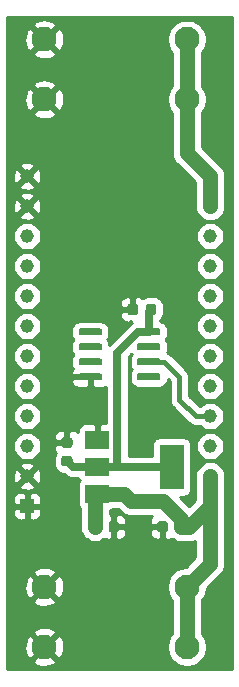
<source format=gbr>
G04 #@! TF.GenerationSoftware,KiCad,Pcbnew,5.1.4-e60b266~84~ubuntu18.04.1*
G04 #@! TF.CreationDate,2019-10-08T20:02:31-04:00*
G04 #@! TF.ProjectId,TSAL-driver,5453414c-2d64-4726-9976-65722e6b6963,rev?*
G04 #@! TF.SameCoordinates,Original*
G04 #@! TF.FileFunction,Copper,L1,Top*
G04 #@! TF.FilePolarity,Positive*
%FSLAX46Y46*%
G04 Gerber Fmt 4.6, Leading zero omitted, Abs format (unit mm)*
G04 Created by KiCad (PCBNEW 5.1.4-e60b266~84~ubuntu18.04.1) date 2019-10-08 20:02:31*
%MOMM*%
%LPD*%
G04 APERTURE LIST*
%ADD10R,2.000000X1.500000*%
%ADD11R,2.000000X3.800000*%
%ADD12C,2.100000*%
%ADD13C,0.100000*%
%ADD14C,0.875000*%
%ADD15C,0.600000*%
%ADD16C,1.150000*%
%ADD17R,1.150000X1.150000*%
%ADD18C,1.270000*%
%ADD19C,0.635000*%
%ADD20C,0.381000*%
%ADD21C,0.254000*%
G04 APERTURE END LIST*
D10*
X132105000Y-94220000D03*
X132105000Y-98820000D03*
X132105000Y-96520000D03*
D11*
X138405000Y-96520000D03*
D12*
X139700000Y-106680000D03*
X139700000Y-111760000D03*
X139700000Y-60325000D03*
X139700000Y-65405000D03*
X127635000Y-106680000D03*
X127635000Y-111760000D03*
X127635000Y-60325000D03*
X127635000Y-65405000D03*
D13*
G36*
X135342691Y-82711053D02*
G01*
X135363926Y-82714203D01*
X135384750Y-82719419D01*
X135404962Y-82726651D01*
X135424368Y-82735830D01*
X135442781Y-82746866D01*
X135460024Y-82759654D01*
X135475930Y-82774070D01*
X135490346Y-82789976D01*
X135503134Y-82807219D01*
X135514170Y-82825632D01*
X135523349Y-82845038D01*
X135530581Y-82865250D01*
X135535797Y-82886074D01*
X135538947Y-82907309D01*
X135540000Y-82928750D01*
X135540000Y-83441250D01*
X135538947Y-83462691D01*
X135535797Y-83483926D01*
X135530581Y-83504750D01*
X135523349Y-83524962D01*
X135514170Y-83544368D01*
X135503134Y-83562781D01*
X135490346Y-83580024D01*
X135475930Y-83595930D01*
X135460024Y-83610346D01*
X135442781Y-83623134D01*
X135424368Y-83634170D01*
X135404962Y-83643349D01*
X135384750Y-83650581D01*
X135363926Y-83655797D01*
X135342691Y-83658947D01*
X135321250Y-83660000D01*
X134883750Y-83660000D01*
X134862309Y-83658947D01*
X134841074Y-83655797D01*
X134820250Y-83650581D01*
X134800038Y-83643349D01*
X134780632Y-83634170D01*
X134762219Y-83623134D01*
X134744976Y-83610346D01*
X134729070Y-83595930D01*
X134714654Y-83580024D01*
X134701866Y-83562781D01*
X134690830Y-83544368D01*
X134681651Y-83524962D01*
X134674419Y-83504750D01*
X134669203Y-83483926D01*
X134666053Y-83462691D01*
X134665000Y-83441250D01*
X134665000Y-82928750D01*
X134666053Y-82907309D01*
X134669203Y-82886074D01*
X134674419Y-82865250D01*
X134681651Y-82845038D01*
X134690830Y-82825632D01*
X134701866Y-82807219D01*
X134714654Y-82789976D01*
X134729070Y-82774070D01*
X134744976Y-82759654D01*
X134762219Y-82746866D01*
X134780632Y-82735830D01*
X134800038Y-82726651D01*
X134820250Y-82719419D01*
X134841074Y-82714203D01*
X134862309Y-82711053D01*
X134883750Y-82710000D01*
X135321250Y-82710000D01*
X135342691Y-82711053D01*
X135342691Y-82711053D01*
G37*
D14*
X135102500Y-83185000D03*
D13*
G36*
X136917691Y-82711053D02*
G01*
X136938926Y-82714203D01*
X136959750Y-82719419D01*
X136979962Y-82726651D01*
X136999368Y-82735830D01*
X137017781Y-82746866D01*
X137035024Y-82759654D01*
X137050930Y-82774070D01*
X137065346Y-82789976D01*
X137078134Y-82807219D01*
X137089170Y-82825632D01*
X137098349Y-82845038D01*
X137105581Y-82865250D01*
X137110797Y-82886074D01*
X137113947Y-82907309D01*
X137115000Y-82928750D01*
X137115000Y-83441250D01*
X137113947Y-83462691D01*
X137110797Y-83483926D01*
X137105581Y-83504750D01*
X137098349Y-83524962D01*
X137089170Y-83544368D01*
X137078134Y-83562781D01*
X137065346Y-83580024D01*
X137050930Y-83595930D01*
X137035024Y-83610346D01*
X137017781Y-83623134D01*
X136999368Y-83634170D01*
X136979962Y-83643349D01*
X136959750Y-83650581D01*
X136938926Y-83655797D01*
X136917691Y-83658947D01*
X136896250Y-83660000D01*
X136458750Y-83660000D01*
X136437309Y-83658947D01*
X136416074Y-83655797D01*
X136395250Y-83650581D01*
X136375038Y-83643349D01*
X136355632Y-83634170D01*
X136337219Y-83623134D01*
X136319976Y-83610346D01*
X136304070Y-83595930D01*
X136289654Y-83580024D01*
X136276866Y-83562781D01*
X136265830Y-83544368D01*
X136256651Y-83524962D01*
X136249419Y-83504750D01*
X136244203Y-83483926D01*
X136241053Y-83462691D01*
X136240000Y-83441250D01*
X136240000Y-82928750D01*
X136241053Y-82907309D01*
X136244203Y-82886074D01*
X136249419Y-82865250D01*
X136256651Y-82845038D01*
X136265830Y-82825632D01*
X136276866Y-82807219D01*
X136289654Y-82789976D01*
X136304070Y-82774070D01*
X136319976Y-82759654D01*
X136337219Y-82746866D01*
X136355632Y-82735830D01*
X136375038Y-82726651D01*
X136395250Y-82719419D01*
X136416074Y-82714203D01*
X136437309Y-82711053D01*
X136458750Y-82710000D01*
X136896250Y-82710000D01*
X136917691Y-82711053D01*
X136917691Y-82711053D01*
G37*
D14*
X136677500Y-83185000D03*
D13*
G36*
X132167691Y-101126053D02*
G01*
X132188926Y-101129203D01*
X132209750Y-101134419D01*
X132229962Y-101141651D01*
X132249368Y-101150830D01*
X132267781Y-101161866D01*
X132285024Y-101174654D01*
X132300930Y-101189070D01*
X132315346Y-101204976D01*
X132328134Y-101222219D01*
X132339170Y-101240632D01*
X132348349Y-101260038D01*
X132355581Y-101280250D01*
X132360797Y-101301074D01*
X132363947Y-101322309D01*
X132365000Y-101343750D01*
X132365000Y-101856250D01*
X132363947Y-101877691D01*
X132360797Y-101898926D01*
X132355581Y-101919750D01*
X132348349Y-101939962D01*
X132339170Y-101959368D01*
X132328134Y-101977781D01*
X132315346Y-101995024D01*
X132300930Y-102010930D01*
X132285024Y-102025346D01*
X132267781Y-102038134D01*
X132249368Y-102049170D01*
X132229962Y-102058349D01*
X132209750Y-102065581D01*
X132188926Y-102070797D01*
X132167691Y-102073947D01*
X132146250Y-102075000D01*
X131708750Y-102075000D01*
X131687309Y-102073947D01*
X131666074Y-102070797D01*
X131645250Y-102065581D01*
X131625038Y-102058349D01*
X131605632Y-102049170D01*
X131587219Y-102038134D01*
X131569976Y-102025346D01*
X131554070Y-102010930D01*
X131539654Y-101995024D01*
X131526866Y-101977781D01*
X131515830Y-101959368D01*
X131506651Y-101939962D01*
X131499419Y-101919750D01*
X131494203Y-101898926D01*
X131491053Y-101877691D01*
X131490000Y-101856250D01*
X131490000Y-101343750D01*
X131491053Y-101322309D01*
X131494203Y-101301074D01*
X131499419Y-101280250D01*
X131506651Y-101260038D01*
X131515830Y-101240632D01*
X131526866Y-101222219D01*
X131539654Y-101204976D01*
X131554070Y-101189070D01*
X131569976Y-101174654D01*
X131587219Y-101161866D01*
X131605632Y-101150830D01*
X131625038Y-101141651D01*
X131645250Y-101134419D01*
X131666074Y-101129203D01*
X131687309Y-101126053D01*
X131708750Y-101125000D01*
X132146250Y-101125000D01*
X132167691Y-101126053D01*
X132167691Y-101126053D01*
G37*
D14*
X131927500Y-101600000D03*
D13*
G36*
X133742691Y-101126053D02*
G01*
X133763926Y-101129203D01*
X133784750Y-101134419D01*
X133804962Y-101141651D01*
X133824368Y-101150830D01*
X133842781Y-101161866D01*
X133860024Y-101174654D01*
X133875930Y-101189070D01*
X133890346Y-101204976D01*
X133903134Y-101222219D01*
X133914170Y-101240632D01*
X133923349Y-101260038D01*
X133930581Y-101280250D01*
X133935797Y-101301074D01*
X133938947Y-101322309D01*
X133940000Y-101343750D01*
X133940000Y-101856250D01*
X133938947Y-101877691D01*
X133935797Y-101898926D01*
X133930581Y-101919750D01*
X133923349Y-101939962D01*
X133914170Y-101959368D01*
X133903134Y-101977781D01*
X133890346Y-101995024D01*
X133875930Y-102010930D01*
X133860024Y-102025346D01*
X133842781Y-102038134D01*
X133824368Y-102049170D01*
X133804962Y-102058349D01*
X133784750Y-102065581D01*
X133763926Y-102070797D01*
X133742691Y-102073947D01*
X133721250Y-102075000D01*
X133283750Y-102075000D01*
X133262309Y-102073947D01*
X133241074Y-102070797D01*
X133220250Y-102065581D01*
X133200038Y-102058349D01*
X133180632Y-102049170D01*
X133162219Y-102038134D01*
X133144976Y-102025346D01*
X133129070Y-102010930D01*
X133114654Y-101995024D01*
X133101866Y-101977781D01*
X133090830Y-101959368D01*
X133081651Y-101939962D01*
X133074419Y-101919750D01*
X133069203Y-101898926D01*
X133066053Y-101877691D01*
X133065000Y-101856250D01*
X133065000Y-101343750D01*
X133066053Y-101322309D01*
X133069203Y-101301074D01*
X133074419Y-101280250D01*
X133081651Y-101260038D01*
X133090830Y-101240632D01*
X133101866Y-101222219D01*
X133114654Y-101204976D01*
X133129070Y-101189070D01*
X133144976Y-101174654D01*
X133162219Y-101161866D01*
X133180632Y-101150830D01*
X133200038Y-101141651D01*
X133220250Y-101134419D01*
X133241074Y-101129203D01*
X133262309Y-101126053D01*
X133283750Y-101125000D01*
X133721250Y-101125000D01*
X133742691Y-101126053D01*
X133742691Y-101126053D01*
G37*
D14*
X133502500Y-101600000D03*
D13*
G36*
X129817691Y-95601053D02*
G01*
X129838926Y-95604203D01*
X129859750Y-95609419D01*
X129879962Y-95616651D01*
X129899368Y-95625830D01*
X129917781Y-95636866D01*
X129935024Y-95649654D01*
X129950930Y-95664070D01*
X129965346Y-95679976D01*
X129978134Y-95697219D01*
X129989170Y-95715632D01*
X129998349Y-95735038D01*
X130005581Y-95755250D01*
X130010797Y-95776074D01*
X130013947Y-95797309D01*
X130015000Y-95818750D01*
X130015000Y-96256250D01*
X130013947Y-96277691D01*
X130010797Y-96298926D01*
X130005581Y-96319750D01*
X129998349Y-96339962D01*
X129989170Y-96359368D01*
X129978134Y-96377781D01*
X129965346Y-96395024D01*
X129950930Y-96410930D01*
X129935024Y-96425346D01*
X129917781Y-96438134D01*
X129899368Y-96449170D01*
X129879962Y-96458349D01*
X129859750Y-96465581D01*
X129838926Y-96470797D01*
X129817691Y-96473947D01*
X129796250Y-96475000D01*
X129283750Y-96475000D01*
X129262309Y-96473947D01*
X129241074Y-96470797D01*
X129220250Y-96465581D01*
X129200038Y-96458349D01*
X129180632Y-96449170D01*
X129162219Y-96438134D01*
X129144976Y-96425346D01*
X129129070Y-96410930D01*
X129114654Y-96395024D01*
X129101866Y-96377781D01*
X129090830Y-96359368D01*
X129081651Y-96339962D01*
X129074419Y-96319750D01*
X129069203Y-96298926D01*
X129066053Y-96277691D01*
X129065000Y-96256250D01*
X129065000Y-95818750D01*
X129066053Y-95797309D01*
X129069203Y-95776074D01*
X129074419Y-95755250D01*
X129081651Y-95735038D01*
X129090830Y-95715632D01*
X129101866Y-95697219D01*
X129114654Y-95679976D01*
X129129070Y-95664070D01*
X129144976Y-95649654D01*
X129162219Y-95636866D01*
X129180632Y-95625830D01*
X129200038Y-95616651D01*
X129220250Y-95609419D01*
X129241074Y-95604203D01*
X129262309Y-95601053D01*
X129283750Y-95600000D01*
X129796250Y-95600000D01*
X129817691Y-95601053D01*
X129817691Y-95601053D01*
G37*
D14*
X129540000Y-96037500D03*
D13*
G36*
X129817691Y-94026053D02*
G01*
X129838926Y-94029203D01*
X129859750Y-94034419D01*
X129879962Y-94041651D01*
X129899368Y-94050830D01*
X129917781Y-94061866D01*
X129935024Y-94074654D01*
X129950930Y-94089070D01*
X129965346Y-94104976D01*
X129978134Y-94122219D01*
X129989170Y-94140632D01*
X129998349Y-94160038D01*
X130005581Y-94180250D01*
X130010797Y-94201074D01*
X130013947Y-94222309D01*
X130015000Y-94243750D01*
X130015000Y-94681250D01*
X130013947Y-94702691D01*
X130010797Y-94723926D01*
X130005581Y-94744750D01*
X129998349Y-94764962D01*
X129989170Y-94784368D01*
X129978134Y-94802781D01*
X129965346Y-94820024D01*
X129950930Y-94835930D01*
X129935024Y-94850346D01*
X129917781Y-94863134D01*
X129899368Y-94874170D01*
X129879962Y-94883349D01*
X129859750Y-94890581D01*
X129838926Y-94895797D01*
X129817691Y-94898947D01*
X129796250Y-94900000D01*
X129283750Y-94900000D01*
X129262309Y-94898947D01*
X129241074Y-94895797D01*
X129220250Y-94890581D01*
X129200038Y-94883349D01*
X129180632Y-94874170D01*
X129162219Y-94863134D01*
X129144976Y-94850346D01*
X129129070Y-94835930D01*
X129114654Y-94820024D01*
X129101866Y-94802781D01*
X129090830Y-94784368D01*
X129081651Y-94764962D01*
X129074419Y-94744750D01*
X129069203Y-94723926D01*
X129066053Y-94702691D01*
X129065000Y-94681250D01*
X129065000Y-94243750D01*
X129066053Y-94222309D01*
X129069203Y-94201074D01*
X129074419Y-94180250D01*
X129081651Y-94160038D01*
X129090830Y-94140632D01*
X129101866Y-94122219D01*
X129114654Y-94104976D01*
X129129070Y-94089070D01*
X129144976Y-94074654D01*
X129162219Y-94061866D01*
X129180632Y-94050830D01*
X129200038Y-94041651D01*
X129220250Y-94034419D01*
X129241074Y-94029203D01*
X129262309Y-94026053D01*
X129283750Y-94025000D01*
X129796250Y-94025000D01*
X129817691Y-94026053D01*
X129817691Y-94026053D01*
G37*
D14*
X129540000Y-94462500D03*
D13*
G36*
X139457691Y-101126053D02*
G01*
X139478926Y-101129203D01*
X139499750Y-101134419D01*
X139519962Y-101141651D01*
X139539368Y-101150830D01*
X139557781Y-101161866D01*
X139575024Y-101174654D01*
X139590930Y-101189070D01*
X139605346Y-101204976D01*
X139618134Y-101222219D01*
X139629170Y-101240632D01*
X139638349Y-101260038D01*
X139645581Y-101280250D01*
X139650797Y-101301074D01*
X139653947Y-101322309D01*
X139655000Y-101343750D01*
X139655000Y-101856250D01*
X139653947Y-101877691D01*
X139650797Y-101898926D01*
X139645581Y-101919750D01*
X139638349Y-101939962D01*
X139629170Y-101959368D01*
X139618134Y-101977781D01*
X139605346Y-101995024D01*
X139590930Y-102010930D01*
X139575024Y-102025346D01*
X139557781Y-102038134D01*
X139539368Y-102049170D01*
X139519962Y-102058349D01*
X139499750Y-102065581D01*
X139478926Y-102070797D01*
X139457691Y-102073947D01*
X139436250Y-102075000D01*
X138998750Y-102075000D01*
X138977309Y-102073947D01*
X138956074Y-102070797D01*
X138935250Y-102065581D01*
X138915038Y-102058349D01*
X138895632Y-102049170D01*
X138877219Y-102038134D01*
X138859976Y-102025346D01*
X138844070Y-102010930D01*
X138829654Y-101995024D01*
X138816866Y-101977781D01*
X138805830Y-101959368D01*
X138796651Y-101939962D01*
X138789419Y-101919750D01*
X138784203Y-101898926D01*
X138781053Y-101877691D01*
X138780000Y-101856250D01*
X138780000Y-101343750D01*
X138781053Y-101322309D01*
X138784203Y-101301074D01*
X138789419Y-101280250D01*
X138796651Y-101260038D01*
X138805830Y-101240632D01*
X138816866Y-101222219D01*
X138829654Y-101204976D01*
X138844070Y-101189070D01*
X138859976Y-101174654D01*
X138877219Y-101161866D01*
X138895632Y-101150830D01*
X138915038Y-101141651D01*
X138935250Y-101134419D01*
X138956074Y-101129203D01*
X138977309Y-101126053D01*
X138998750Y-101125000D01*
X139436250Y-101125000D01*
X139457691Y-101126053D01*
X139457691Y-101126053D01*
G37*
D14*
X139217500Y-101600000D03*
D13*
G36*
X137882691Y-101126053D02*
G01*
X137903926Y-101129203D01*
X137924750Y-101134419D01*
X137944962Y-101141651D01*
X137964368Y-101150830D01*
X137982781Y-101161866D01*
X138000024Y-101174654D01*
X138015930Y-101189070D01*
X138030346Y-101204976D01*
X138043134Y-101222219D01*
X138054170Y-101240632D01*
X138063349Y-101260038D01*
X138070581Y-101280250D01*
X138075797Y-101301074D01*
X138078947Y-101322309D01*
X138080000Y-101343750D01*
X138080000Y-101856250D01*
X138078947Y-101877691D01*
X138075797Y-101898926D01*
X138070581Y-101919750D01*
X138063349Y-101939962D01*
X138054170Y-101959368D01*
X138043134Y-101977781D01*
X138030346Y-101995024D01*
X138015930Y-102010930D01*
X138000024Y-102025346D01*
X137982781Y-102038134D01*
X137964368Y-102049170D01*
X137944962Y-102058349D01*
X137924750Y-102065581D01*
X137903926Y-102070797D01*
X137882691Y-102073947D01*
X137861250Y-102075000D01*
X137423750Y-102075000D01*
X137402309Y-102073947D01*
X137381074Y-102070797D01*
X137360250Y-102065581D01*
X137340038Y-102058349D01*
X137320632Y-102049170D01*
X137302219Y-102038134D01*
X137284976Y-102025346D01*
X137269070Y-102010930D01*
X137254654Y-101995024D01*
X137241866Y-101977781D01*
X137230830Y-101959368D01*
X137221651Y-101939962D01*
X137214419Y-101919750D01*
X137209203Y-101898926D01*
X137206053Y-101877691D01*
X137205000Y-101856250D01*
X137205000Y-101343750D01*
X137206053Y-101322309D01*
X137209203Y-101301074D01*
X137214419Y-101280250D01*
X137221651Y-101260038D01*
X137230830Y-101240632D01*
X137241866Y-101222219D01*
X137254654Y-101204976D01*
X137269070Y-101189070D01*
X137284976Y-101174654D01*
X137302219Y-101161866D01*
X137320632Y-101150830D01*
X137340038Y-101141651D01*
X137360250Y-101134419D01*
X137381074Y-101129203D01*
X137402309Y-101126053D01*
X137423750Y-101125000D01*
X137861250Y-101125000D01*
X137882691Y-101126053D01*
X137882691Y-101126053D01*
G37*
D14*
X137642500Y-101600000D03*
D13*
G36*
X137299703Y-84790722D02*
G01*
X137314264Y-84792882D01*
X137328543Y-84796459D01*
X137342403Y-84801418D01*
X137355710Y-84807712D01*
X137368336Y-84815280D01*
X137380159Y-84824048D01*
X137391066Y-84833934D01*
X137400952Y-84844841D01*
X137409720Y-84856664D01*
X137417288Y-84869290D01*
X137423582Y-84882597D01*
X137428541Y-84896457D01*
X137432118Y-84910736D01*
X137434278Y-84925297D01*
X137435000Y-84940000D01*
X137435000Y-85240000D01*
X137434278Y-85254703D01*
X137432118Y-85269264D01*
X137428541Y-85283543D01*
X137423582Y-85297403D01*
X137417288Y-85310710D01*
X137409720Y-85323336D01*
X137400952Y-85335159D01*
X137391066Y-85346066D01*
X137380159Y-85355952D01*
X137368336Y-85364720D01*
X137355710Y-85372288D01*
X137342403Y-85378582D01*
X137328543Y-85383541D01*
X137314264Y-85387118D01*
X137299703Y-85389278D01*
X137285000Y-85390000D01*
X135635000Y-85390000D01*
X135620297Y-85389278D01*
X135605736Y-85387118D01*
X135591457Y-85383541D01*
X135577597Y-85378582D01*
X135564290Y-85372288D01*
X135551664Y-85364720D01*
X135539841Y-85355952D01*
X135528934Y-85346066D01*
X135519048Y-85335159D01*
X135510280Y-85323336D01*
X135502712Y-85310710D01*
X135496418Y-85297403D01*
X135491459Y-85283543D01*
X135487882Y-85269264D01*
X135485722Y-85254703D01*
X135485000Y-85240000D01*
X135485000Y-84940000D01*
X135485722Y-84925297D01*
X135487882Y-84910736D01*
X135491459Y-84896457D01*
X135496418Y-84882597D01*
X135502712Y-84869290D01*
X135510280Y-84856664D01*
X135519048Y-84844841D01*
X135528934Y-84833934D01*
X135539841Y-84824048D01*
X135551664Y-84815280D01*
X135564290Y-84807712D01*
X135577597Y-84801418D01*
X135591457Y-84796459D01*
X135605736Y-84792882D01*
X135620297Y-84790722D01*
X135635000Y-84790000D01*
X137285000Y-84790000D01*
X137299703Y-84790722D01*
X137299703Y-84790722D01*
G37*
D15*
X136460000Y-85090000D03*
D13*
G36*
X137299703Y-86060722D02*
G01*
X137314264Y-86062882D01*
X137328543Y-86066459D01*
X137342403Y-86071418D01*
X137355710Y-86077712D01*
X137368336Y-86085280D01*
X137380159Y-86094048D01*
X137391066Y-86103934D01*
X137400952Y-86114841D01*
X137409720Y-86126664D01*
X137417288Y-86139290D01*
X137423582Y-86152597D01*
X137428541Y-86166457D01*
X137432118Y-86180736D01*
X137434278Y-86195297D01*
X137435000Y-86210000D01*
X137435000Y-86510000D01*
X137434278Y-86524703D01*
X137432118Y-86539264D01*
X137428541Y-86553543D01*
X137423582Y-86567403D01*
X137417288Y-86580710D01*
X137409720Y-86593336D01*
X137400952Y-86605159D01*
X137391066Y-86616066D01*
X137380159Y-86625952D01*
X137368336Y-86634720D01*
X137355710Y-86642288D01*
X137342403Y-86648582D01*
X137328543Y-86653541D01*
X137314264Y-86657118D01*
X137299703Y-86659278D01*
X137285000Y-86660000D01*
X135635000Y-86660000D01*
X135620297Y-86659278D01*
X135605736Y-86657118D01*
X135591457Y-86653541D01*
X135577597Y-86648582D01*
X135564290Y-86642288D01*
X135551664Y-86634720D01*
X135539841Y-86625952D01*
X135528934Y-86616066D01*
X135519048Y-86605159D01*
X135510280Y-86593336D01*
X135502712Y-86580710D01*
X135496418Y-86567403D01*
X135491459Y-86553543D01*
X135487882Y-86539264D01*
X135485722Y-86524703D01*
X135485000Y-86510000D01*
X135485000Y-86210000D01*
X135485722Y-86195297D01*
X135487882Y-86180736D01*
X135491459Y-86166457D01*
X135496418Y-86152597D01*
X135502712Y-86139290D01*
X135510280Y-86126664D01*
X135519048Y-86114841D01*
X135528934Y-86103934D01*
X135539841Y-86094048D01*
X135551664Y-86085280D01*
X135564290Y-86077712D01*
X135577597Y-86071418D01*
X135591457Y-86066459D01*
X135605736Y-86062882D01*
X135620297Y-86060722D01*
X135635000Y-86060000D01*
X137285000Y-86060000D01*
X137299703Y-86060722D01*
X137299703Y-86060722D01*
G37*
D15*
X136460000Y-86360000D03*
D13*
G36*
X137299703Y-87330722D02*
G01*
X137314264Y-87332882D01*
X137328543Y-87336459D01*
X137342403Y-87341418D01*
X137355710Y-87347712D01*
X137368336Y-87355280D01*
X137380159Y-87364048D01*
X137391066Y-87373934D01*
X137400952Y-87384841D01*
X137409720Y-87396664D01*
X137417288Y-87409290D01*
X137423582Y-87422597D01*
X137428541Y-87436457D01*
X137432118Y-87450736D01*
X137434278Y-87465297D01*
X137435000Y-87480000D01*
X137435000Y-87780000D01*
X137434278Y-87794703D01*
X137432118Y-87809264D01*
X137428541Y-87823543D01*
X137423582Y-87837403D01*
X137417288Y-87850710D01*
X137409720Y-87863336D01*
X137400952Y-87875159D01*
X137391066Y-87886066D01*
X137380159Y-87895952D01*
X137368336Y-87904720D01*
X137355710Y-87912288D01*
X137342403Y-87918582D01*
X137328543Y-87923541D01*
X137314264Y-87927118D01*
X137299703Y-87929278D01*
X137285000Y-87930000D01*
X135635000Y-87930000D01*
X135620297Y-87929278D01*
X135605736Y-87927118D01*
X135591457Y-87923541D01*
X135577597Y-87918582D01*
X135564290Y-87912288D01*
X135551664Y-87904720D01*
X135539841Y-87895952D01*
X135528934Y-87886066D01*
X135519048Y-87875159D01*
X135510280Y-87863336D01*
X135502712Y-87850710D01*
X135496418Y-87837403D01*
X135491459Y-87823543D01*
X135487882Y-87809264D01*
X135485722Y-87794703D01*
X135485000Y-87780000D01*
X135485000Y-87480000D01*
X135485722Y-87465297D01*
X135487882Y-87450736D01*
X135491459Y-87436457D01*
X135496418Y-87422597D01*
X135502712Y-87409290D01*
X135510280Y-87396664D01*
X135519048Y-87384841D01*
X135528934Y-87373934D01*
X135539841Y-87364048D01*
X135551664Y-87355280D01*
X135564290Y-87347712D01*
X135577597Y-87341418D01*
X135591457Y-87336459D01*
X135605736Y-87332882D01*
X135620297Y-87330722D01*
X135635000Y-87330000D01*
X137285000Y-87330000D01*
X137299703Y-87330722D01*
X137299703Y-87330722D01*
G37*
D15*
X136460000Y-87630000D03*
D13*
G36*
X137299703Y-88600722D02*
G01*
X137314264Y-88602882D01*
X137328543Y-88606459D01*
X137342403Y-88611418D01*
X137355710Y-88617712D01*
X137368336Y-88625280D01*
X137380159Y-88634048D01*
X137391066Y-88643934D01*
X137400952Y-88654841D01*
X137409720Y-88666664D01*
X137417288Y-88679290D01*
X137423582Y-88692597D01*
X137428541Y-88706457D01*
X137432118Y-88720736D01*
X137434278Y-88735297D01*
X137435000Y-88750000D01*
X137435000Y-89050000D01*
X137434278Y-89064703D01*
X137432118Y-89079264D01*
X137428541Y-89093543D01*
X137423582Y-89107403D01*
X137417288Y-89120710D01*
X137409720Y-89133336D01*
X137400952Y-89145159D01*
X137391066Y-89156066D01*
X137380159Y-89165952D01*
X137368336Y-89174720D01*
X137355710Y-89182288D01*
X137342403Y-89188582D01*
X137328543Y-89193541D01*
X137314264Y-89197118D01*
X137299703Y-89199278D01*
X137285000Y-89200000D01*
X135635000Y-89200000D01*
X135620297Y-89199278D01*
X135605736Y-89197118D01*
X135591457Y-89193541D01*
X135577597Y-89188582D01*
X135564290Y-89182288D01*
X135551664Y-89174720D01*
X135539841Y-89165952D01*
X135528934Y-89156066D01*
X135519048Y-89145159D01*
X135510280Y-89133336D01*
X135502712Y-89120710D01*
X135496418Y-89107403D01*
X135491459Y-89093543D01*
X135487882Y-89079264D01*
X135485722Y-89064703D01*
X135485000Y-89050000D01*
X135485000Y-88750000D01*
X135485722Y-88735297D01*
X135487882Y-88720736D01*
X135491459Y-88706457D01*
X135496418Y-88692597D01*
X135502712Y-88679290D01*
X135510280Y-88666664D01*
X135519048Y-88654841D01*
X135528934Y-88643934D01*
X135539841Y-88634048D01*
X135551664Y-88625280D01*
X135564290Y-88617712D01*
X135577597Y-88611418D01*
X135591457Y-88606459D01*
X135605736Y-88602882D01*
X135620297Y-88600722D01*
X135635000Y-88600000D01*
X137285000Y-88600000D01*
X137299703Y-88600722D01*
X137299703Y-88600722D01*
G37*
D15*
X136460000Y-88900000D03*
D13*
G36*
X132349703Y-88600722D02*
G01*
X132364264Y-88602882D01*
X132378543Y-88606459D01*
X132392403Y-88611418D01*
X132405710Y-88617712D01*
X132418336Y-88625280D01*
X132430159Y-88634048D01*
X132441066Y-88643934D01*
X132450952Y-88654841D01*
X132459720Y-88666664D01*
X132467288Y-88679290D01*
X132473582Y-88692597D01*
X132478541Y-88706457D01*
X132482118Y-88720736D01*
X132484278Y-88735297D01*
X132485000Y-88750000D01*
X132485000Y-89050000D01*
X132484278Y-89064703D01*
X132482118Y-89079264D01*
X132478541Y-89093543D01*
X132473582Y-89107403D01*
X132467288Y-89120710D01*
X132459720Y-89133336D01*
X132450952Y-89145159D01*
X132441066Y-89156066D01*
X132430159Y-89165952D01*
X132418336Y-89174720D01*
X132405710Y-89182288D01*
X132392403Y-89188582D01*
X132378543Y-89193541D01*
X132364264Y-89197118D01*
X132349703Y-89199278D01*
X132335000Y-89200000D01*
X130685000Y-89200000D01*
X130670297Y-89199278D01*
X130655736Y-89197118D01*
X130641457Y-89193541D01*
X130627597Y-89188582D01*
X130614290Y-89182288D01*
X130601664Y-89174720D01*
X130589841Y-89165952D01*
X130578934Y-89156066D01*
X130569048Y-89145159D01*
X130560280Y-89133336D01*
X130552712Y-89120710D01*
X130546418Y-89107403D01*
X130541459Y-89093543D01*
X130537882Y-89079264D01*
X130535722Y-89064703D01*
X130535000Y-89050000D01*
X130535000Y-88750000D01*
X130535722Y-88735297D01*
X130537882Y-88720736D01*
X130541459Y-88706457D01*
X130546418Y-88692597D01*
X130552712Y-88679290D01*
X130560280Y-88666664D01*
X130569048Y-88654841D01*
X130578934Y-88643934D01*
X130589841Y-88634048D01*
X130601664Y-88625280D01*
X130614290Y-88617712D01*
X130627597Y-88611418D01*
X130641457Y-88606459D01*
X130655736Y-88602882D01*
X130670297Y-88600722D01*
X130685000Y-88600000D01*
X132335000Y-88600000D01*
X132349703Y-88600722D01*
X132349703Y-88600722D01*
G37*
D15*
X131510000Y-88900000D03*
D13*
G36*
X132349703Y-87330722D02*
G01*
X132364264Y-87332882D01*
X132378543Y-87336459D01*
X132392403Y-87341418D01*
X132405710Y-87347712D01*
X132418336Y-87355280D01*
X132430159Y-87364048D01*
X132441066Y-87373934D01*
X132450952Y-87384841D01*
X132459720Y-87396664D01*
X132467288Y-87409290D01*
X132473582Y-87422597D01*
X132478541Y-87436457D01*
X132482118Y-87450736D01*
X132484278Y-87465297D01*
X132485000Y-87480000D01*
X132485000Y-87780000D01*
X132484278Y-87794703D01*
X132482118Y-87809264D01*
X132478541Y-87823543D01*
X132473582Y-87837403D01*
X132467288Y-87850710D01*
X132459720Y-87863336D01*
X132450952Y-87875159D01*
X132441066Y-87886066D01*
X132430159Y-87895952D01*
X132418336Y-87904720D01*
X132405710Y-87912288D01*
X132392403Y-87918582D01*
X132378543Y-87923541D01*
X132364264Y-87927118D01*
X132349703Y-87929278D01*
X132335000Y-87930000D01*
X130685000Y-87930000D01*
X130670297Y-87929278D01*
X130655736Y-87927118D01*
X130641457Y-87923541D01*
X130627597Y-87918582D01*
X130614290Y-87912288D01*
X130601664Y-87904720D01*
X130589841Y-87895952D01*
X130578934Y-87886066D01*
X130569048Y-87875159D01*
X130560280Y-87863336D01*
X130552712Y-87850710D01*
X130546418Y-87837403D01*
X130541459Y-87823543D01*
X130537882Y-87809264D01*
X130535722Y-87794703D01*
X130535000Y-87780000D01*
X130535000Y-87480000D01*
X130535722Y-87465297D01*
X130537882Y-87450736D01*
X130541459Y-87436457D01*
X130546418Y-87422597D01*
X130552712Y-87409290D01*
X130560280Y-87396664D01*
X130569048Y-87384841D01*
X130578934Y-87373934D01*
X130589841Y-87364048D01*
X130601664Y-87355280D01*
X130614290Y-87347712D01*
X130627597Y-87341418D01*
X130641457Y-87336459D01*
X130655736Y-87332882D01*
X130670297Y-87330722D01*
X130685000Y-87330000D01*
X132335000Y-87330000D01*
X132349703Y-87330722D01*
X132349703Y-87330722D01*
G37*
D15*
X131510000Y-87630000D03*
D13*
G36*
X132349703Y-86060722D02*
G01*
X132364264Y-86062882D01*
X132378543Y-86066459D01*
X132392403Y-86071418D01*
X132405710Y-86077712D01*
X132418336Y-86085280D01*
X132430159Y-86094048D01*
X132441066Y-86103934D01*
X132450952Y-86114841D01*
X132459720Y-86126664D01*
X132467288Y-86139290D01*
X132473582Y-86152597D01*
X132478541Y-86166457D01*
X132482118Y-86180736D01*
X132484278Y-86195297D01*
X132485000Y-86210000D01*
X132485000Y-86510000D01*
X132484278Y-86524703D01*
X132482118Y-86539264D01*
X132478541Y-86553543D01*
X132473582Y-86567403D01*
X132467288Y-86580710D01*
X132459720Y-86593336D01*
X132450952Y-86605159D01*
X132441066Y-86616066D01*
X132430159Y-86625952D01*
X132418336Y-86634720D01*
X132405710Y-86642288D01*
X132392403Y-86648582D01*
X132378543Y-86653541D01*
X132364264Y-86657118D01*
X132349703Y-86659278D01*
X132335000Y-86660000D01*
X130685000Y-86660000D01*
X130670297Y-86659278D01*
X130655736Y-86657118D01*
X130641457Y-86653541D01*
X130627597Y-86648582D01*
X130614290Y-86642288D01*
X130601664Y-86634720D01*
X130589841Y-86625952D01*
X130578934Y-86616066D01*
X130569048Y-86605159D01*
X130560280Y-86593336D01*
X130552712Y-86580710D01*
X130546418Y-86567403D01*
X130541459Y-86553543D01*
X130537882Y-86539264D01*
X130535722Y-86524703D01*
X130535000Y-86510000D01*
X130535000Y-86210000D01*
X130535722Y-86195297D01*
X130537882Y-86180736D01*
X130541459Y-86166457D01*
X130546418Y-86152597D01*
X130552712Y-86139290D01*
X130560280Y-86126664D01*
X130569048Y-86114841D01*
X130578934Y-86103934D01*
X130589841Y-86094048D01*
X130601664Y-86085280D01*
X130614290Y-86077712D01*
X130627597Y-86071418D01*
X130641457Y-86066459D01*
X130655736Y-86062882D01*
X130670297Y-86060722D01*
X130685000Y-86060000D01*
X132335000Y-86060000D01*
X132349703Y-86060722D01*
X132349703Y-86060722D01*
G37*
D15*
X131510000Y-86360000D03*
D13*
G36*
X132349703Y-84790722D02*
G01*
X132364264Y-84792882D01*
X132378543Y-84796459D01*
X132392403Y-84801418D01*
X132405710Y-84807712D01*
X132418336Y-84815280D01*
X132430159Y-84824048D01*
X132441066Y-84833934D01*
X132450952Y-84844841D01*
X132459720Y-84856664D01*
X132467288Y-84869290D01*
X132473582Y-84882597D01*
X132478541Y-84896457D01*
X132482118Y-84910736D01*
X132484278Y-84925297D01*
X132485000Y-84940000D01*
X132485000Y-85240000D01*
X132484278Y-85254703D01*
X132482118Y-85269264D01*
X132478541Y-85283543D01*
X132473582Y-85297403D01*
X132467288Y-85310710D01*
X132459720Y-85323336D01*
X132450952Y-85335159D01*
X132441066Y-85346066D01*
X132430159Y-85355952D01*
X132418336Y-85364720D01*
X132405710Y-85372288D01*
X132392403Y-85378582D01*
X132378543Y-85383541D01*
X132364264Y-85387118D01*
X132349703Y-85389278D01*
X132335000Y-85390000D01*
X130685000Y-85390000D01*
X130670297Y-85389278D01*
X130655736Y-85387118D01*
X130641457Y-85383541D01*
X130627597Y-85378582D01*
X130614290Y-85372288D01*
X130601664Y-85364720D01*
X130589841Y-85355952D01*
X130578934Y-85346066D01*
X130569048Y-85335159D01*
X130560280Y-85323336D01*
X130552712Y-85310710D01*
X130546418Y-85297403D01*
X130541459Y-85283543D01*
X130537882Y-85269264D01*
X130535722Y-85254703D01*
X130535000Y-85240000D01*
X130535000Y-84940000D01*
X130535722Y-84925297D01*
X130537882Y-84910736D01*
X130541459Y-84896457D01*
X130546418Y-84882597D01*
X130552712Y-84869290D01*
X130560280Y-84856664D01*
X130569048Y-84844841D01*
X130578934Y-84833934D01*
X130589841Y-84824048D01*
X130601664Y-84815280D01*
X130614290Y-84807712D01*
X130627597Y-84801418D01*
X130641457Y-84796459D01*
X130655736Y-84792882D01*
X130670297Y-84790722D01*
X130685000Y-84790000D01*
X132335000Y-84790000D01*
X132349703Y-84790722D01*
X132349703Y-84790722D01*
G37*
D15*
X131510000Y-85090000D03*
D16*
X141671001Y-99845001D03*
X141671001Y-97305001D03*
X141671001Y-94765001D03*
X141671001Y-92225001D03*
X141671001Y-89685001D03*
X141671001Y-87145001D03*
X141671001Y-84605001D03*
X141671001Y-82065001D03*
X141671001Y-79525001D03*
X141671001Y-76985001D03*
X141671001Y-74445001D03*
X141671001Y-71905001D03*
X126176001Y-71905001D03*
X126176001Y-74445001D03*
X126176001Y-76985001D03*
X126176001Y-79525001D03*
X126176001Y-82065001D03*
X126176001Y-84605001D03*
X126176001Y-87145001D03*
X126176001Y-89685001D03*
X126176001Y-92225001D03*
X126176001Y-94765001D03*
X126176001Y-97305001D03*
D17*
X126176001Y-99845001D03*
D18*
X139700000Y-111760000D02*
X139700000Y-106680000D01*
X141671001Y-104708999D02*
X141671001Y-99845001D01*
X139700000Y-106680000D02*
X141671001Y-104708999D01*
X141671001Y-97305001D02*
X141671001Y-99845001D01*
X139916002Y-101600000D02*
X141671001Y-99845001D01*
X139217500Y-101600000D02*
X139916002Y-101600000D01*
X137699719Y-99436001D02*
X134991001Y-99436001D01*
X134375000Y-98820000D02*
X132105000Y-98820000D01*
X139217500Y-100953782D02*
X137699719Y-99436001D01*
X134991001Y-99436001D02*
X134375000Y-98820000D01*
X139217500Y-101600000D02*
X139217500Y-100953782D01*
X131927500Y-98997500D02*
X131927500Y-101600000D01*
X132105000Y-98820000D02*
X131927500Y-98997500D01*
X139700000Y-65405000D02*
X139700000Y-60325000D01*
X139700000Y-69934000D02*
X141671001Y-71905001D01*
X139700000Y-65405000D02*
X139700000Y-69934000D01*
X141671001Y-71905001D02*
X141671001Y-74445001D01*
D19*
X138405000Y-96520000D02*
X132105000Y-96520000D01*
X130022500Y-96520000D02*
X129540000Y-96037500D01*
X132105000Y-96520000D02*
X130022500Y-96520000D01*
X136460000Y-83402500D02*
X136677500Y-83185000D01*
X136460000Y-85090000D02*
X136460000Y-83402500D01*
X133740000Y-96520000D02*
X132105000Y-96520000D01*
X133803501Y-96456499D02*
X133740000Y-96520000D01*
X136460000Y-85090000D02*
X135555024Y-85090000D01*
X133803501Y-86841523D02*
X133803501Y-96456499D01*
X135555024Y-85090000D02*
X133803501Y-86841523D01*
D20*
X139065000Y-90847000D02*
X140443001Y-92225001D01*
X140443001Y-92225001D02*
X141671001Y-92225001D01*
X139065000Y-88900000D02*
X139065000Y-90847000D01*
X136460000Y-87630000D02*
X137795000Y-87630000D01*
X137795000Y-87630000D02*
X139065000Y-88900000D01*
D21*
G36*
X143485000Y-113640000D02*
G01*
X124485000Y-113640000D01*
X124485000Y-112931066D01*
X126643539Y-112931066D01*
X126745339Y-113200579D01*
X127043477Y-113346463D01*
X127364346Y-113431380D01*
X127695617Y-113452066D01*
X128024557Y-113407728D01*
X128338527Y-113300069D01*
X128524661Y-113200579D01*
X128626461Y-112931066D01*
X127635000Y-111939605D01*
X126643539Y-112931066D01*
X124485000Y-112931066D01*
X124485000Y-111820617D01*
X125942934Y-111820617D01*
X125987272Y-112149557D01*
X126094931Y-112463527D01*
X126194421Y-112649661D01*
X126463934Y-112751461D01*
X127455395Y-111760000D01*
X127814605Y-111760000D01*
X128806066Y-112751461D01*
X129075579Y-112649661D01*
X129221463Y-112351523D01*
X129306380Y-112030654D01*
X129327066Y-111699383D01*
X129282728Y-111370443D01*
X129175069Y-111056473D01*
X129075579Y-110870339D01*
X128806066Y-110768539D01*
X127814605Y-111760000D01*
X127455395Y-111760000D01*
X126463934Y-110768539D01*
X126194421Y-110870339D01*
X126048537Y-111168477D01*
X125963620Y-111489346D01*
X125942934Y-111820617D01*
X124485000Y-111820617D01*
X124485000Y-110588934D01*
X126643539Y-110588934D01*
X127635000Y-111580395D01*
X128626461Y-110588934D01*
X128524661Y-110319421D01*
X128226523Y-110173537D01*
X127905654Y-110088620D01*
X127574383Y-110067934D01*
X127245443Y-110112272D01*
X126931473Y-110219931D01*
X126745339Y-110319421D01*
X126643539Y-110588934D01*
X124485000Y-110588934D01*
X124485000Y-107851066D01*
X126643539Y-107851066D01*
X126745339Y-108120579D01*
X127043477Y-108266463D01*
X127364346Y-108351380D01*
X127695617Y-108372066D01*
X128024557Y-108327728D01*
X128338527Y-108220069D01*
X128524661Y-108120579D01*
X128626461Y-107851066D01*
X127635000Y-106859605D01*
X126643539Y-107851066D01*
X124485000Y-107851066D01*
X124485000Y-106740617D01*
X125942934Y-106740617D01*
X125987272Y-107069557D01*
X126094931Y-107383527D01*
X126194421Y-107569661D01*
X126463934Y-107671461D01*
X127455395Y-106680000D01*
X127814605Y-106680000D01*
X128806066Y-107671461D01*
X129075579Y-107569661D01*
X129221463Y-107271523D01*
X129306380Y-106950654D01*
X129327066Y-106619383D01*
X129282728Y-106290443D01*
X129175069Y-105976473D01*
X129075579Y-105790339D01*
X128806066Y-105688539D01*
X127814605Y-106680000D01*
X127455395Y-106680000D01*
X126463934Y-105688539D01*
X126194421Y-105790339D01*
X126048537Y-106088477D01*
X125963620Y-106409346D01*
X125942934Y-106740617D01*
X124485000Y-106740617D01*
X124485000Y-105508934D01*
X126643539Y-105508934D01*
X127635000Y-106500395D01*
X128626461Y-105508934D01*
X128524661Y-105239421D01*
X128226523Y-105093537D01*
X127905654Y-105008620D01*
X127574383Y-104987934D01*
X127245443Y-105032272D01*
X126931473Y-105139931D01*
X126745339Y-105239421D01*
X126643539Y-105508934D01*
X124485000Y-105508934D01*
X124485000Y-100420001D01*
X124962929Y-100420001D01*
X124975189Y-100544483D01*
X125011499Y-100664181D01*
X125070464Y-100774495D01*
X125149816Y-100871186D01*
X125246507Y-100950538D01*
X125356821Y-101009503D01*
X125476519Y-101045813D01*
X125601001Y-101058073D01*
X125890251Y-101055001D01*
X126049001Y-100896251D01*
X126049001Y-99972001D01*
X126303001Y-99972001D01*
X126303001Y-100896251D01*
X126461751Y-101055001D01*
X126751001Y-101058073D01*
X126875483Y-101045813D01*
X126995181Y-101009503D01*
X127105495Y-100950538D01*
X127202186Y-100871186D01*
X127281538Y-100774495D01*
X127340503Y-100664181D01*
X127376813Y-100544483D01*
X127389073Y-100420001D01*
X127386001Y-100130751D01*
X127227251Y-99972001D01*
X126303001Y-99972001D01*
X126049001Y-99972001D01*
X125124751Y-99972001D01*
X124966001Y-100130751D01*
X124962929Y-100420001D01*
X124485000Y-100420001D01*
X124485000Y-99270001D01*
X124962929Y-99270001D01*
X124966001Y-99559251D01*
X125124751Y-99718001D01*
X126049001Y-99718001D01*
X126049001Y-98793751D01*
X126303001Y-98793751D01*
X126303001Y-99718001D01*
X127227251Y-99718001D01*
X127386001Y-99559251D01*
X127389073Y-99270001D01*
X127376813Y-99145519D01*
X127340503Y-99025821D01*
X127281538Y-98915507D01*
X127202186Y-98818816D01*
X127105495Y-98739464D01*
X126995181Y-98680499D01*
X126875483Y-98644189D01*
X126751001Y-98631929D01*
X126461751Y-98635001D01*
X126303001Y-98793751D01*
X126049001Y-98793751D01*
X125890251Y-98635001D01*
X125601001Y-98631929D01*
X125476519Y-98644189D01*
X125356821Y-98680499D01*
X125246507Y-98739464D01*
X125149816Y-98818816D01*
X125070464Y-98915507D01*
X125011499Y-99025821D01*
X124975189Y-99145519D01*
X124962929Y-99270001D01*
X124485000Y-99270001D01*
X124485000Y-98136875D01*
X125523732Y-98136875D01*
X125567994Y-98357917D01*
X125785090Y-98456302D01*
X126017209Y-98510443D01*
X126255430Y-98518259D01*
X126490599Y-98479451D01*
X126713678Y-98395510D01*
X126784008Y-98357917D01*
X126828270Y-98136875D01*
X126176001Y-97484606D01*
X125523732Y-98136875D01*
X124485000Y-98136875D01*
X124485000Y-97384430D01*
X124962743Y-97384430D01*
X125001551Y-97619599D01*
X125085492Y-97842678D01*
X125123085Y-97913008D01*
X125344127Y-97957270D01*
X125996396Y-97305001D01*
X126355606Y-97305001D01*
X127007875Y-97957270D01*
X127228917Y-97913008D01*
X127327302Y-97695912D01*
X127381443Y-97463793D01*
X127389259Y-97225572D01*
X127350451Y-96990403D01*
X127266510Y-96767324D01*
X127228917Y-96696994D01*
X127007875Y-96652732D01*
X126355606Y-97305001D01*
X125996396Y-97305001D01*
X125344127Y-96652732D01*
X125123085Y-96696994D01*
X125024700Y-96914090D01*
X124970559Y-97146209D01*
X124962743Y-97384430D01*
X124485000Y-97384430D01*
X124485000Y-96473127D01*
X125523732Y-96473127D01*
X126176001Y-97125396D01*
X126828270Y-96473127D01*
X126784008Y-96252085D01*
X126566912Y-96153700D01*
X126334793Y-96099559D01*
X126096572Y-96091743D01*
X125861403Y-96130551D01*
X125638324Y-96214492D01*
X125567994Y-96252085D01*
X125523732Y-96473127D01*
X124485000Y-96473127D01*
X124485000Y-94645826D01*
X124966001Y-94645826D01*
X124966001Y-94884176D01*
X125012500Y-95117945D01*
X125103713Y-95338151D01*
X125236132Y-95536331D01*
X125404671Y-95704870D01*
X125602851Y-95837289D01*
X125823057Y-95928502D01*
X126056826Y-95975001D01*
X126295176Y-95975001D01*
X126528945Y-95928502D01*
X126749151Y-95837289D01*
X126947331Y-95704870D01*
X127115870Y-95536331D01*
X127248289Y-95338151D01*
X127339502Y-95117945D01*
X127382853Y-94900000D01*
X128426928Y-94900000D01*
X128439188Y-95024482D01*
X128475498Y-95144180D01*
X128534463Y-95254494D01*
X128589100Y-95321070D01*
X128571329Y-95342725D01*
X128492150Y-95490858D01*
X128443392Y-95651592D01*
X128426928Y-95818750D01*
X128426928Y-96256250D01*
X128443392Y-96423408D01*
X128492150Y-96584142D01*
X128571329Y-96732275D01*
X128677885Y-96862115D01*
X128807725Y-96968671D01*
X128955858Y-97047850D01*
X129116592Y-97096608D01*
X129266872Y-97111410D01*
X129315893Y-97160431D01*
X129345722Y-97196778D01*
X129490759Y-97315806D01*
X129656231Y-97404252D01*
X129787882Y-97444188D01*
X129835777Y-97458717D01*
X130022499Y-97477108D01*
X130069284Y-97472500D01*
X130502855Y-97472500D01*
X130515498Y-97514180D01*
X130574463Y-97624494D01*
X130611809Y-97670000D01*
X130574463Y-97715506D01*
X130515498Y-97825820D01*
X130479188Y-97945518D01*
X130466928Y-98070000D01*
X130466928Y-99570000D01*
X130479188Y-99694482D01*
X130515498Y-99814180D01*
X130574463Y-99924494D01*
X130653815Y-100021185D01*
X130657500Y-100024210D01*
X130657501Y-101662380D01*
X130675878Y-101848963D01*
X130748498Y-102088359D01*
X130866426Y-102308988D01*
X131025131Y-102502370D01*
X131218513Y-102661075D01*
X131439142Y-102779003D01*
X131678538Y-102851623D01*
X131927500Y-102876144D01*
X132176463Y-102851623D01*
X132415859Y-102779003D01*
X132636488Y-102661075D01*
X132707334Y-102602933D01*
X132710506Y-102605537D01*
X132820820Y-102664502D01*
X132940518Y-102700812D01*
X133065000Y-102713072D01*
X133216750Y-102710000D01*
X133375500Y-102551250D01*
X133375500Y-101727000D01*
X133629500Y-101727000D01*
X133629500Y-102551250D01*
X133788250Y-102710000D01*
X133940000Y-102713072D01*
X134064482Y-102700812D01*
X134184180Y-102664502D01*
X134294494Y-102605537D01*
X134391185Y-102526185D01*
X134470537Y-102429494D01*
X134529502Y-102319180D01*
X134565812Y-102199482D01*
X134578072Y-102075000D01*
X136566928Y-102075000D01*
X136579188Y-102199482D01*
X136615498Y-102319180D01*
X136674463Y-102429494D01*
X136753815Y-102526185D01*
X136850506Y-102605537D01*
X136960820Y-102664502D01*
X137080518Y-102700812D01*
X137205000Y-102713072D01*
X137356750Y-102710000D01*
X137515500Y-102551250D01*
X137515500Y-101727000D01*
X136728750Y-101727000D01*
X136570000Y-101885750D01*
X136566928Y-102075000D01*
X134578072Y-102075000D01*
X134575000Y-101885750D01*
X134416250Y-101727000D01*
X133629500Y-101727000D01*
X133375500Y-101727000D01*
X133355500Y-101727000D01*
X133355500Y-101473000D01*
X133375500Y-101473000D01*
X133375500Y-100648750D01*
X133629500Y-100648750D01*
X133629500Y-101473000D01*
X134416250Y-101473000D01*
X134575000Y-101314250D01*
X134578072Y-101125000D01*
X134565812Y-101000518D01*
X134529502Y-100880820D01*
X134470537Y-100770506D01*
X134391185Y-100673815D01*
X134294494Y-100594463D01*
X134184180Y-100535498D01*
X134064482Y-100499188D01*
X133940000Y-100486928D01*
X133788250Y-100490000D01*
X133629500Y-100648750D01*
X133375500Y-100648750D01*
X133216750Y-100490000D01*
X133197500Y-100489610D01*
X133197500Y-100198962D01*
X133229482Y-100195812D01*
X133349180Y-100159502D01*
X133459494Y-100100537D01*
X133472333Y-100090000D01*
X133848950Y-100090000D01*
X134048860Y-100289910D01*
X134088631Y-100338371D01*
X134282013Y-100497076D01*
X134502642Y-100615004D01*
X134613888Y-100648750D01*
X134742037Y-100687624D01*
X134765348Y-100689920D01*
X134928621Y-100706001D01*
X134928628Y-100706001D01*
X134991001Y-100712144D01*
X135053374Y-100706001D01*
X136727401Y-100706001D01*
X136674463Y-100770506D01*
X136615498Y-100880820D01*
X136579188Y-101000518D01*
X136566928Y-101125000D01*
X136570000Y-101314250D01*
X136728750Y-101473000D01*
X137515500Y-101473000D01*
X137515500Y-101453000D01*
X137769500Y-101453000D01*
X137769500Y-101473000D01*
X137789500Y-101473000D01*
X137789500Y-101727000D01*
X137769500Y-101727000D01*
X137769500Y-102551250D01*
X137928250Y-102710000D01*
X138080000Y-102713072D01*
X138204482Y-102700812D01*
X138324180Y-102664502D01*
X138434494Y-102605537D01*
X138437666Y-102602933D01*
X138508512Y-102661075D01*
X138729141Y-102779003D01*
X138968537Y-102851623D01*
X139217500Y-102876144D01*
X139279880Y-102870000D01*
X139853629Y-102870000D01*
X139916002Y-102876143D01*
X139978375Y-102870000D01*
X139978382Y-102870000D01*
X140164965Y-102851623D01*
X140401001Y-102780022D01*
X140401001Y-104182948D01*
X139588950Y-104995000D01*
X139534042Y-104995000D01*
X139208504Y-105059754D01*
X138901853Y-105186772D01*
X138625875Y-105371175D01*
X138391175Y-105605875D01*
X138206772Y-105881853D01*
X138079754Y-106188504D01*
X138015000Y-106514042D01*
X138015000Y-106845958D01*
X138079754Y-107171496D01*
X138206772Y-107478147D01*
X138391175Y-107754125D01*
X138430001Y-107792951D01*
X138430000Y-110647050D01*
X138391175Y-110685875D01*
X138206772Y-110961853D01*
X138079754Y-111268504D01*
X138015000Y-111594042D01*
X138015000Y-111925958D01*
X138079754Y-112251496D01*
X138206772Y-112558147D01*
X138391175Y-112834125D01*
X138625875Y-113068825D01*
X138901853Y-113253228D01*
X139208504Y-113380246D01*
X139534042Y-113445000D01*
X139865958Y-113445000D01*
X140191496Y-113380246D01*
X140498147Y-113253228D01*
X140774125Y-113068825D01*
X141008825Y-112834125D01*
X141193228Y-112558147D01*
X141320246Y-112251496D01*
X141385000Y-111925958D01*
X141385000Y-111594042D01*
X141320246Y-111268504D01*
X141193228Y-110961853D01*
X141008825Y-110685875D01*
X140970000Y-110647050D01*
X140970000Y-107792950D01*
X141008825Y-107754125D01*
X141193228Y-107478147D01*
X141320246Y-107171496D01*
X141385000Y-106845958D01*
X141385000Y-106791050D01*
X142524916Y-105651135D01*
X142573371Y-105611369D01*
X142732076Y-105417987D01*
X142850004Y-105197358D01*
X142922624Y-104957962D01*
X142941001Y-104771379D01*
X142941001Y-104771373D01*
X142947144Y-104709000D01*
X142941001Y-104646627D01*
X142941001Y-99907375D01*
X142947144Y-99845002D01*
X142941001Y-99782629D01*
X142941001Y-97242621D01*
X142922624Y-97056038D01*
X142850004Y-96816642D01*
X142732076Y-96596013D01*
X142573371Y-96402631D01*
X142379988Y-96243926D01*
X142159359Y-96125998D01*
X141919963Y-96053378D01*
X141671001Y-96028857D01*
X141422038Y-96053378D01*
X141182642Y-96125998D01*
X140962013Y-96243926D01*
X140768631Y-96402631D01*
X140609926Y-96596014D01*
X140491998Y-96816643D01*
X140419378Y-97056039D01*
X140401001Y-97242622D01*
X140401002Y-99318949D01*
X139889860Y-99830091D01*
X139117840Y-99058072D01*
X139405000Y-99058072D01*
X139529482Y-99045812D01*
X139649180Y-99009502D01*
X139759494Y-98950537D01*
X139856185Y-98871185D01*
X139935537Y-98774494D01*
X139994502Y-98664180D01*
X140030812Y-98544482D01*
X140043072Y-98420000D01*
X140043072Y-94645826D01*
X140461001Y-94645826D01*
X140461001Y-94884176D01*
X140507500Y-95117945D01*
X140598713Y-95338151D01*
X140731132Y-95536331D01*
X140899671Y-95704870D01*
X141097851Y-95837289D01*
X141318057Y-95928502D01*
X141551826Y-95975001D01*
X141790176Y-95975001D01*
X142023945Y-95928502D01*
X142244151Y-95837289D01*
X142442331Y-95704870D01*
X142610870Y-95536331D01*
X142743289Y-95338151D01*
X142834502Y-95117945D01*
X142881001Y-94884176D01*
X142881001Y-94645826D01*
X142834502Y-94412057D01*
X142743289Y-94191851D01*
X142610870Y-93993671D01*
X142442331Y-93825132D01*
X142244151Y-93692713D01*
X142023945Y-93601500D01*
X141790176Y-93555001D01*
X141551826Y-93555001D01*
X141318057Y-93601500D01*
X141097851Y-93692713D01*
X140899671Y-93825132D01*
X140731132Y-93993671D01*
X140598713Y-94191851D01*
X140507500Y-94412057D01*
X140461001Y-94645826D01*
X140043072Y-94645826D01*
X140043072Y-94620000D01*
X140030812Y-94495518D01*
X139994502Y-94375820D01*
X139935537Y-94265506D01*
X139856185Y-94168815D01*
X139759494Y-94089463D01*
X139649180Y-94030498D01*
X139529482Y-93994188D01*
X139405000Y-93981928D01*
X137405000Y-93981928D01*
X137280518Y-93994188D01*
X137160820Y-94030498D01*
X137050506Y-94089463D01*
X136953815Y-94168815D01*
X136874463Y-94265506D01*
X136815498Y-94375820D01*
X136779188Y-94495518D01*
X136766928Y-94620000D01*
X136766928Y-95567500D01*
X134756001Y-95567500D01*
X134756001Y-87236061D01*
X135008812Y-86983250D01*
X135018454Y-86995000D01*
X134979742Y-87042171D01*
X134906916Y-87178418D01*
X134862071Y-87326255D01*
X134846928Y-87480000D01*
X134846928Y-87780000D01*
X134862071Y-87933745D01*
X134906916Y-88081582D01*
X134979742Y-88217829D01*
X135018454Y-88265000D01*
X134979742Y-88312171D01*
X134906916Y-88448418D01*
X134862071Y-88596255D01*
X134846928Y-88750000D01*
X134846928Y-89050000D01*
X134862071Y-89203745D01*
X134906916Y-89351582D01*
X134979742Y-89487829D01*
X135077749Y-89607251D01*
X135197171Y-89705258D01*
X135333418Y-89778084D01*
X135481255Y-89822929D01*
X135635000Y-89838072D01*
X137285000Y-89838072D01*
X137438745Y-89822929D01*
X137586582Y-89778084D01*
X137722829Y-89705258D01*
X137842251Y-89607251D01*
X137940258Y-89487829D01*
X138013084Y-89351582D01*
X138057929Y-89203745D01*
X138070785Y-89073218D01*
X138239500Y-89241933D01*
X138239501Y-90806440D01*
X138235506Y-90847000D01*
X138251445Y-91008826D01*
X138298647Y-91164433D01*
X138375301Y-91307842D01*
X138436863Y-91382854D01*
X138478460Y-91433541D01*
X138509961Y-91459393D01*
X139830612Y-92780046D01*
X139856460Y-92811542D01*
X139887956Y-92837390D01*
X139887959Y-92837393D01*
X139982158Y-92914700D01*
X140125567Y-92991354D01*
X140281175Y-93038557D01*
X140402448Y-93050501D01*
X140402450Y-93050501D01*
X140443001Y-93054495D01*
X140483551Y-93050501D01*
X140785302Y-93050501D01*
X140899671Y-93164870D01*
X141097851Y-93297289D01*
X141318057Y-93388502D01*
X141551826Y-93435001D01*
X141790176Y-93435001D01*
X142023945Y-93388502D01*
X142244151Y-93297289D01*
X142442331Y-93164870D01*
X142610870Y-92996331D01*
X142743289Y-92798151D01*
X142834502Y-92577945D01*
X142881001Y-92344176D01*
X142881001Y-92105826D01*
X142834502Y-91872057D01*
X142743289Y-91651851D01*
X142610870Y-91453671D01*
X142442331Y-91285132D01*
X142244151Y-91152713D01*
X142023945Y-91061500D01*
X141790176Y-91015001D01*
X141551826Y-91015001D01*
X141318057Y-91061500D01*
X141097851Y-91152713D01*
X140899671Y-91285132D01*
X140785302Y-91399501D01*
X140784935Y-91399501D01*
X139890500Y-90505068D01*
X139890500Y-89565826D01*
X140461001Y-89565826D01*
X140461001Y-89804176D01*
X140507500Y-90037945D01*
X140598713Y-90258151D01*
X140731132Y-90456331D01*
X140899671Y-90624870D01*
X141097851Y-90757289D01*
X141318057Y-90848502D01*
X141551826Y-90895001D01*
X141790176Y-90895001D01*
X142023945Y-90848502D01*
X142244151Y-90757289D01*
X142442331Y-90624870D01*
X142610870Y-90456331D01*
X142743289Y-90258151D01*
X142834502Y-90037945D01*
X142881001Y-89804176D01*
X142881001Y-89565826D01*
X142834502Y-89332057D01*
X142743289Y-89111851D01*
X142610870Y-88913671D01*
X142442331Y-88745132D01*
X142244151Y-88612713D01*
X142023945Y-88521500D01*
X141790176Y-88475001D01*
X141551826Y-88475001D01*
X141318057Y-88521500D01*
X141097851Y-88612713D01*
X140899671Y-88745132D01*
X140731132Y-88913671D01*
X140598713Y-89111851D01*
X140507500Y-89332057D01*
X140461001Y-89565826D01*
X139890500Y-89565826D01*
X139890500Y-88940550D01*
X139894494Y-88899999D01*
X139890500Y-88859447D01*
X139878556Y-88738174D01*
X139831353Y-88582566D01*
X139754700Y-88439159D01*
X139754699Y-88439157D01*
X139704177Y-88377596D01*
X139651541Y-88313459D01*
X139620040Y-88287608D01*
X138407398Y-87074966D01*
X138381541Y-87043459D01*
X138360056Y-87025826D01*
X140461001Y-87025826D01*
X140461001Y-87264176D01*
X140507500Y-87497945D01*
X140598713Y-87718151D01*
X140731132Y-87916331D01*
X140899671Y-88084870D01*
X141097851Y-88217289D01*
X141318057Y-88308502D01*
X141551826Y-88355001D01*
X141790176Y-88355001D01*
X142023945Y-88308502D01*
X142244151Y-88217289D01*
X142442331Y-88084870D01*
X142610870Y-87916331D01*
X142743289Y-87718151D01*
X142834502Y-87497945D01*
X142881001Y-87264176D01*
X142881001Y-87025826D01*
X142834502Y-86792057D01*
X142743289Y-86571851D01*
X142610870Y-86373671D01*
X142442331Y-86205132D01*
X142244151Y-86072713D01*
X142023945Y-85981500D01*
X141790176Y-85935001D01*
X141551826Y-85935001D01*
X141318057Y-85981500D01*
X141097851Y-86072713D01*
X140899671Y-86205132D01*
X140731132Y-86373671D01*
X140598713Y-86571851D01*
X140507500Y-86792057D01*
X140461001Y-87025826D01*
X138360056Y-87025826D01*
X138255842Y-86940301D01*
X138112434Y-86863647D01*
X138002999Y-86830450D01*
X138013084Y-86811582D01*
X138057929Y-86663745D01*
X138073072Y-86510000D01*
X138073072Y-86210000D01*
X138057929Y-86056255D01*
X138013084Y-85908418D01*
X137940258Y-85772171D01*
X137901546Y-85725000D01*
X137940258Y-85677829D01*
X138013084Y-85541582D01*
X138057929Y-85393745D01*
X138073072Y-85240000D01*
X138073072Y-84940000D01*
X138057929Y-84786255D01*
X138013084Y-84638418D01*
X137940258Y-84502171D01*
X137926845Y-84485826D01*
X140461001Y-84485826D01*
X140461001Y-84724176D01*
X140507500Y-84957945D01*
X140598713Y-85178151D01*
X140731132Y-85376331D01*
X140899671Y-85544870D01*
X141097851Y-85677289D01*
X141318057Y-85768502D01*
X141551826Y-85815001D01*
X141790176Y-85815001D01*
X142023945Y-85768502D01*
X142244151Y-85677289D01*
X142442331Y-85544870D01*
X142610870Y-85376331D01*
X142743289Y-85178151D01*
X142834502Y-84957945D01*
X142881001Y-84724176D01*
X142881001Y-84485826D01*
X142834502Y-84252057D01*
X142743289Y-84031851D01*
X142610870Y-83833671D01*
X142442331Y-83665132D01*
X142244151Y-83532713D01*
X142023945Y-83441500D01*
X141790176Y-83395001D01*
X141551826Y-83395001D01*
X141318057Y-83441500D01*
X141097851Y-83532713D01*
X140899671Y-83665132D01*
X140731132Y-83833671D01*
X140598713Y-84031851D01*
X140507500Y-84252057D01*
X140461001Y-84485826D01*
X137926845Y-84485826D01*
X137842251Y-84382749D01*
X137722829Y-84284742D01*
X137586582Y-84211916D01*
X137438745Y-84167071D01*
X137412500Y-84164486D01*
X137412500Y-84120659D01*
X137502115Y-84047115D01*
X137608671Y-83917275D01*
X137687850Y-83769142D01*
X137736608Y-83608408D01*
X137753072Y-83441250D01*
X137753072Y-82928750D01*
X137736608Y-82761592D01*
X137687850Y-82600858D01*
X137608671Y-82452725D01*
X137502115Y-82322885D01*
X137372275Y-82216329D01*
X137224142Y-82137150D01*
X137063408Y-82088392D01*
X136896250Y-82071928D01*
X136458750Y-82071928D01*
X136291592Y-82088392D01*
X136130858Y-82137150D01*
X135982725Y-82216329D01*
X135961070Y-82234100D01*
X135894494Y-82179463D01*
X135784180Y-82120498D01*
X135664482Y-82084188D01*
X135540000Y-82071928D01*
X135388250Y-82075000D01*
X135229500Y-82233750D01*
X135229500Y-83058000D01*
X135249500Y-83058000D01*
X135249500Y-83312000D01*
X135229500Y-83312000D01*
X135229500Y-83332000D01*
X134975500Y-83332000D01*
X134975500Y-83312000D01*
X134188750Y-83312000D01*
X134030000Y-83470750D01*
X134026928Y-83660000D01*
X134039188Y-83784482D01*
X134075498Y-83904180D01*
X134134463Y-84014494D01*
X134213815Y-84111185D01*
X134310506Y-84190537D01*
X134420820Y-84249502D01*
X134540518Y-84285812D01*
X134665000Y-84298072D01*
X134816750Y-84295000D01*
X134975498Y-84136252D01*
X134975498Y-84295000D01*
X135022301Y-84295000D01*
X134878246Y-84413222D01*
X134848417Y-84449569D01*
X133163070Y-86134916D01*
X133126723Y-86164745D01*
X133119484Y-86173566D01*
X133107929Y-86056255D01*
X133063084Y-85908418D01*
X132990258Y-85772171D01*
X132951546Y-85725000D01*
X132990258Y-85677829D01*
X133063084Y-85541582D01*
X133107929Y-85393745D01*
X133123072Y-85240000D01*
X133123072Y-84940000D01*
X133107929Y-84786255D01*
X133063084Y-84638418D01*
X132990258Y-84502171D01*
X132892251Y-84382749D01*
X132772829Y-84284742D01*
X132636582Y-84211916D01*
X132488745Y-84167071D01*
X132335000Y-84151928D01*
X130685000Y-84151928D01*
X130531255Y-84167071D01*
X130383418Y-84211916D01*
X130247171Y-84284742D01*
X130127749Y-84382749D01*
X130029742Y-84502171D01*
X129956916Y-84638418D01*
X129912071Y-84786255D01*
X129896928Y-84940000D01*
X129896928Y-85240000D01*
X129912071Y-85393745D01*
X129956916Y-85541582D01*
X130029742Y-85677829D01*
X130068454Y-85725000D01*
X130029742Y-85772171D01*
X129956916Y-85908418D01*
X129912071Y-86056255D01*
X129896928Y-86210000D01*
X129896928Y-86510000D01*
X129912071Y-86663745D01*
X129956916Y-86811582D01*
X130029742Y-86947829D01*
X130068454Y-86995000D01*
X130029742Y-87042171D01*
X129956916Y-87178418D01*
X129912071Y-87326255D01*
X129896928Y-87480000D01*
X129896928Y-87780000D01*
X129912071Y-87933745D01*
X129956916Y-88081582D01*
X130028730Y-88215936D01*
X130004463Y-88245506D01*
X129945498Y-88355820D01*
X129909188Y-88475518D01*
X129896928Y-88600000D01*
X129900000Y-88614250D01*
X130058750Y-88773000D01*
X131383000Y-88773000D01*
X131383000Y-88753000D01*
X131637000Y-88753000D01*
X131637000Y-88773000D01*
X131657000Y-88773000D01*
X131657000Y-89027000D01*
X131637000Y-89027000D01*
X131637000Y-89676250D01*
X131795750Y-89835000D01*
X132485000Y-89838072D01*
X132609482Y-89825812D01*
X132729180Y-89789502D01*
X132839494Y-89730537D01*
X132851001Y-89721093D01*
X132851002Y-92833020D01*
X132390750Y-92835000D01*
X132232000Y-92993750D01*
X132232000Y-94093000D01*
X132252000Y-94093000D01*
X132252000Y-94347000D01*
X132232000Y-94347000D01*
X132232000Y-94367000D01*
X131978000Y-94367000D01*
X131978000Y-94347000D01*
X131958000Y-94347000D01*
X131958000Y-94093000D01*
X131978000Y-94093000D01*
X131978000Y-92993750D01*
X131819250Y-92835000D01*
X131105000Y-92831928D01*
X130980518Y-92844188D01*
X130860820Y-92880498D01*
X130750506Y-92939463D01*
X130653815Y-93018815D01*
X130574463Y-93115506D01*
X130515498Y-93225820D01*
X130479188Y-93345518D01*
X130466928Y-93470000D01*
X130467627Y-93575572D01*
X130466185Y-93573815D01*
X130369494Y-93494463D01*
X130259180Y-93435498D01*
X130139482Y-93399188D01*
X130015000Y-93386928D01*
X129825750Y-93390000D01*
X129667000Y-93548750D01*
X129667000Y-94335500D01*
X129687000Y-94335500D01*
X129687000Y-94589500D01*
X129667000Y-94589500D01*
X129667000Y-94609500D01*
X129413000Y-94609500D01*
X129413000Y-94589500D01*
X128588750Y-94589500D01*
X128430000Y-94748250D01*
X128426928Y-94900000D01*
X127382853Y-94900000D01*
X127386001Y-94884176D01*
X127386001Y-94645826D01*
X127339502Y-94412057D01*
X127248289Y-94191851D01*
X127136804Y-94025000D01*
X128426928Y-94025000D01*
X128430000Y-94176750D01*
X128588750Y-94335500D01*
X129413000Y-94335500D01*
X129413000Y-93548750D01*
X129254250Y-93390000D01*
X129065000Y-93386928D01*
X128940518Y-93399188D01*
X128820820Y-93435498D01*
X128710506Y-93494463D01*
X128613815Y-93573815D01*
X128534463Y-93670506D01*
X128475498Y-93780820D01*
X128439188Y-93900518D01*
X128426928Y-94025000D01*
X127136804Y-94025000D01*
X127115870Y-93993671D01*
X126947331Y-93825132D01*
X126749151Y-93692713D01*
X126528945Y-93601500D01*
X126295176Y-93555001D01*
X126056826Y-93555001D01*
X125823057Y-93601500D01*
X125602851Y-93692713D01*
X125404671Y-93825132D01*
X125236132Y-93993671D01*
X125103713Y-94191851D01*
X125012500Y-94412057D01*
X124966001Y-94645826D01*
X124485000Y-94645826D01*
X124485000Y-92105826D01*
X124966001Y-92105826D01*
X124966001Y-92344176D01*
X125012500Y-92577945D01*
X125103713Y-92798151D01*
X125236132Y-92996331D01*
X125404671Y-93164870D01*
X125602851Y-93297289D01*
X125823057Y-93388502D01*
X126056826Y-93435001D01*
X126295176Y-93435001D01*
X126528945Y-93388502D01*
X126749151Y-93297289D01*
X126947331Y-93164870D01*
X127115870Y-92996331D01*
X127248289Y-92798151D01*
X127339502Y-92577945D01*
X127386001Y-92344176D01*
X127386001Y-92105826D01*
X127339502Y-91872057D01*
X127248289Y-91651851D01*
X127115870Y-91453671D01*
X126947331Y-91285132D01*
X126749151Y-91152713D01*
X126528945Y-91061500D01*
X126295176Y-91015001D01*
X126056826Y-91015001D01*
X125823057Y-91061500D01*
X125602851Y-91152713D01*
X125404671Y-91285132D01*
X125236132Y-91453671D01*
X125103713Y-91651851D01*
X125012500Y-91872057D01*
X124966001Y-92105826D01*
X124485000Y-92105826D01*
X124485000Y-89565826D01*
X124966001Y-89565826D01*
X124966001Y-89804176D01*
X125012500Y-90037945D01*
X125103713Y-90258151D01*
X125236132Y-90456331D01*
X125404671Y-90624870D01*
X125602851Y-90757289D01*
X125823057Y-90848502D01*
X126056826Y-90895001D01*
X126295176Y-90895001D01*
X126528945Y-90848502D01*
X126749151Y-90757289D01*
X126947331Y-90624870D01*
X127115870Y-90456331D01*
X127248289Y-90258151D01*
X127339502Y-90037945D01*
X127386001Y-89804176D01*
X127386001Y-89565826D01*
X127339502Y-89332057D01*
X127284802Y-89200000D01*
X129896928Y-89200000D01*
X129909188Y-89324482D01*
X129945498Y-89444180D01*
X130004463Y-89554494D01*
X130083815Y-89651185D01*
X130180506Y-89730537D01*
X130290820Y-89789502D01*
X130410518Y-89825812D01*
X130535000Y-89838072D01*
X131224250Y-89835000D01*
X131383000Y-89676250D01*
X131383000Y-89027000D01*
X130058750Y-89027000D01*
X129900000Y-89185750D01*
X129896928Y-89200000D01*
X127284802Y-89200000D01*
X127248289Y-89111851D01*
X127115870Y-88913671D01*
X126947331Y-88745132D01*
X126749151Y-88612713D01*
X126528945Y-88521500D01*
X126295176Y-88475001D01*
X126056826Y-88475001D01*
X125823057Y-88521500D01*
X125602851Y-88612713D01*
X125404671Y-88745132D01*
X125236132Y-88913671D01*
X125103713Y-89111851D01*
X125012500Y-89332057D01*
X124966001Y-89565826D01*
X124485000Y-89565826D01*
X124485000Y-87025826D01*
X124966001Y-87025826D01*
X124966001Y-87264176D01*
X125012500Y-87497945D01*
X125103713Y-87718151D01*
X125236132Y-87916331D01*
X125404671Y-88084870D01*
X125602851Y-88217289D01*
X125823057Y-88308502D01*
X126056826Y-88355001D01*
X126295176Y-88355001D01*
X126528945Y-88308502D01*
X126749151Y-88217289D01*
X126947331Y-88084870D01*
X127115870Y-87916331D01*
X127248289Y-87718151D01*
X127339502Y-87497945D01*
X127386001Y-87264176D01*
X127386001Y-87025826D01*
X127339502Y-86792057D01*
X127248289Y-86571851D01*
X127115870Y-86373671D01*
X126947331Y-86205132D01*
X126749151Y-86072713D01*
X126528945Y-85981500D01*
X126295176Y-85935001D01*
X126056826Y-85935001D01*
X125823057Y-85981500D01*
X125602851Y-86072713D01*
X125404671Y-86205132D01*
X125236132Y-86373671D01*
X125103713Y-86571851D01*
X125012500Y-86792057D01*
X124966001Y-87025826D01*
X124485000Y-87025826D01*
X124485000Y-84485826D01*
X124966001Y-84485826D01*
X124966001Y-84724176D01*
X125012500Y-84957945D01*
X125103713Y-85178151D01*
X125236132Y-85376331D01*
X125404671Y-85544870D01*
X125602851Y-85677289D01*
X125823057Y-85768502D01*
X126056826Y-85815001D01*
X126295176Y-85815001D01*
X126528945Y-85768502D01*
X126749151Y-85677289D01*
X126947331Y-85544870D01*
X127115870Y-85376331D01*
X127248289Y-85178151D01*
X127339502Y-84957945D01*
X127386001Y-84724176D01*
X127386001Y-84485826D01*
X127339502Y-84252057D01*
X127248289Y-84031851D01*
X127115870Y-83833671D01*
X126947331Y-83665132D01*
X126749151Y-83532713D01*
X126528945Y-83441500D01*
X126295176Y-83395001D01*
X126056826Y-83395001D01*
X125823057Y-83441500D01*
X125602851Y-83532713D01*
X125404671Y-83665132D01*
X125236132Y-83833671D01*
X125103713Y-84031851D01*
X125012500Y-84252057D01*
X124966001Y-84485826D01*
X124485000Y-84485826D01*
X124485000Y-81945826D01*
X124966001Y-81945826D01*
X124966001Y-82184176D01*
X125012500Y-82417945D01*
X125103713Y-82638151D01*
X125236132Y-82836331D01*
X125404671Y-83004870D01*
X125602851Y-83137289D01*
X125823057Y-83228502D01*
X126056826Y-83275001D01*
X126295176Y-83275001D01*
X126528945Y-83228502D01*
X126749151Y-83137289D01*
X126947331Y-83004870D01*
X127115870Y-82836331D01*
X127200281Y-82710000D01*
X134026928Y-82710000D01*
X134030000Y-82899250D01*
X134188750Y-83058000D01*
X134975500Y-83058000D01*
X134975500Y-82233750D01*
X134816750Y-82075000D01*
X134665000Y-82071928D01*
X134540518Y-82084188D01*
X134420820Y-82120498D01*
X134310506Y-82179463D01*
X134213815Y-82258815D01*
X134134463Y-82355506D01*
X134075498Y-82465820D01*
X134039188Y-82585518D01*
X134026928Y-82710000D01*
X127200281Y-82710000D01*
X127248289Y-82638151D01*
X127339502Y-82417945D01*
X127386001Y-82184176D01*
X127386001Y-81945826D01*
X140461001Y-81945826D01*
X140461001Y-82184176D01*
X140507500Y-82417945D01*
X140598713Y-82638151D01*
X140731132Y-82836331D01*
X140899671Y-83004870D01*
X141097851Y-83137289D01*
X141318057Y-83228502D01*
X141551826Y-83275001D01*
X141790176Y-83275001D01*
X142023945Y-83228502D01*
X142244151Y-83137289D01*
X142442331Y-83004870D01*
X142610870Y-82836331D01*
X142743289Y-82638151D01*
X142834502Y-82417945D01*
X142881001Y-82184176D01*
X142881001Y-81945826D01*
X142834502Y-81712057D01*
X142743289Y-81491851D01*
X142610870Y-81293671D01*
X142442331Y-81125132D01*
X142244151Y-80992713D01*
X142023945Y-80901500D01*
X141790176Y-80855001D01*
X141551826Y-80855001D01*
X141318057Y-80901500D01*
X141097851Y-80992713D01*
X140899671Y-81125132D01*
X140731132Y-81293671D01*
X140598713Y-81491851D01*
X140507500Y-81712057D01*
X140461001Y-81945826D01*
X127386001Y-81945826D01*
X127339502Y-81712057D01*
X127248289Y-81491851D01*
X127115870Y-81293671D01*
X126947331Y-81125132D01*
X126749151Y-80992713D01*
X126528945Y-80901500D01*
X126295176Y-80855001D01*
X126056826Y-80855001D01*
X125823057Y-80901500D01*
X125602851Y-80992713D01*
X125404671Y-81125132D01*
X125236132Y-81293671D01*
X125103713Y-81491851D01*
X125012500Y-81712057D01*
X124966001Y-81945826D01*
X124485000Y-81945826D01*
X124485000Y-79405826D01*
X124966001Y-79405826D01*
X124966001Y-79644176D01*
X125012500Y-79877945D01*
X125103713Y-80098151D01*
X125236132Y-80296331D01*
X125404671Y-80464870D01*
X125602851Y-80597289D01*
X125823057Y-80688502D01*
X126056826Y-80735001D01*
X126295176Y-80735001D01*
X126528945Y-80688502D01*
X126749151Y-80597289D01*
X126947331Y-80464870D01*
X127115870Y-80296331D01*
X127248289Y-80098151D01*
X127339502Y-79877945D01*
X127386001Y-79644176D01*
X127386001Y-79405826D01*
X140461001Y-79405826D01*
X140461001Y-79644176D01*
X140507500Y-79877945D01*
X140598713Y-80098151D01*
X140731132Y-80296331D01*
X140899671Y-80464870D01*
X141097851Y-80597289D01*
X141318057Y-80688502D01*
X141551826Y-80735001D01*
X141790176Y-80735001D01*
X142023945Y-80688502D01*
X142244151Y-80597289D01*
X142442331Y-80464870D01*
X142610870Y-80296331D01*
X142743289Y-80098151D01*
X142834502Y-79877945D01*
X142881001Y-79644176D01*
X142881001Y-79405826D01*
X142834502Y-79172057D01*
X142743289Y-78951851D01*
X142610870Y-78753671D01*
X142442331Y-78585132D01*
X142244151Y-78452713D01*
X142023945Y-78361500D01*
X141790176Y-78315001D01*
X141551826Y-78315001D01*
X141318057Y-78361500D01*
X141097851Y-78452713D01*
X140899671Y-78585132D01*
X140731132Y-78753671D01*
X140598713Y-78951851D01*
X140507500Y-79172057D01*
X140461001Y-79405826D01*
X127386001Y-79405826D01*
X127339502Y-79172057D01*
X127248289Y-78951851D01*
X127115870Y-78753671D01*
X126947331Y-78585132D01*
X126749151Y-78452713D01*
X126528945Y-78361500D01*
X126295176Y-78315001D01*
X126056826Y-78315001D01*
X125823057Y-78361500D01*
X125602851Y-78452713D01*
X125404671Y-78585132D01*
X125236132Y-78753671D01*
X125103713Y-78951851D01*
X125012500Y-79172057D01*
X124966001Y-79405826D01*
X124485000Y-79405826D01*
X124485000Y-76865826D01*
X124966001Y-76865826D01*
X124966001Y-77104176D01*
X125012500Y-77337945D01*
X125103713Y-77558151D01*
X125236132Y-77756331D01*
X125404671Y-77924870D01*
X125602851Y-78057289D01*
X125823057Y-78148502D01*
X126056826Y-78195001D01*
X126295176Y-78195001D01*
X126528945Y-78148502D01*
X126749151Y-78057289D01*
X126947331Y-77924870D01*
X127115870Y-77756331D01*
X127248289Y-77558151D01*
X127339502Y-77337945D01*
X127386001Y-77104176D01*
X127386001Y-76865826D01*
X140461001Y-76865826D01*
X140461001Y-77104176D01*
X140507500Y-77337945D01*
X140598713Y-77558151D01*
X140731132Y-77756331D01*
X140899671Y-77924870D01*
X141097851Y-78057289D01*
X141318057Y-78148502D01*
X141551826Y-78195001D01*
X141790176Y-78195001D01*
X142023945Y-78148502D01*
X142244151Y-78057289D01*
X142442331Y-77924870D01*
X142610870Y-77756331D01*
X142743289Y-77558151D01*
X142834502Y-77337945D01*
X142881001Y-77104176D01*
X142881001Y-76865826D01*
X142834502Y-76632057D01*
X142743289Y-76411851D01*
X142610870Y-76213671D01*
X142442331Y-76045132D01*
X142244151Y-75912713D01*
X142023945Y-75821500D01*
X141790176Y-75775001D01*
X141551826Y-75775001D01*
X141318057Y-75821500D01*
X141097851Y-75912713D01*
X140899671Y-76045132D01*
X140731132Y-76213671D01*
X140598713Y-76411851D01*
X140507500Y-76632057D01*
X140461001Y-76865826D01*
X127386001Y-76865826D01*
X127339502Y-76632057D01*
X127248289Y-76411851D01*
X127115870Y-76213671D01*
X126947331Y-76045132D01*
X126749151Y-75912713D01*
X126528945Y-75821500D01*
X126295176Y-75775001D01*
X126056826Y-75775001D01*
X125823057Y-75821500D01*
X125602851Y-75912713D01*
X125404671Y-76045132D01*
X125236132Y-76213671D01*
X125103713Y-76411851D01*
X125012500Y-76632057D01*
X124966001Y-76865826D01*
X124485000Y-76865826D01*
X124485000Y-75276875D01*
X125523732Y-75276875D01*
X125567994Y-75497917D01*
X125785090Y-75596302D01*
X126017209Y-75650443D01*
X126255430Y-75658259D01*
X126490599Y-75619451D01*
X126713678Y-75535510D01*
X126784008Y-75497917D01*
X126828270Y-75276875D01*
X126176001Y-74624606D01*
X125523732Y-75276875D01*
X124485000Y-75276875D01*
X124485000Y-74524430D01*
X124962743Y-74524430D01*
X125001551Y-74759599D01*
X125085492Y-74982678D01*
X125123085Y-75053008D01*
X125344127Y-75097270D01*
X125996396Y-74445001D01*
X126355606Y-74445001D01*
X127007875Y-75097270D01*
X127228917Y-75053008D01*
X127327302Y-74835912D01*
X127381443Y-74603793D01*
X127389259Y-74365572D01*
X127350451Y-74130403D01*
X127266510Y-73907324D01*
X127228917Y-73836994D01*
X127007875Y-73792732D01*
X126355606Y-74445001D01*
X125996396Y-74445001D01*
X125344127Y-73792732D01*
X125123085Y-73836994D01*
X125024700Y-74054090D01*
X124970559Y-74286209D01*
X124962743Y-74524430D01*
X124485000Y-74524430D01*
X124485000Y-73613127D01*
X125523732Y-73613127D01*
X126176001Y-74265396D01*
X126828270Y-73613127D01*
X126784008Y-73392085D01*
X126566912Y-73293700D01*
X126334793Y-73239559D01*
X126096572Y-73231743D01*
X125861403Y-73270551D01*
X125638324Y-73354492D01*
X125567994Y-73392085D01*
X125523732Y-73613127D01*
X124485000Y-73613127D01*
X124485000Y-72736875D01*
X125523732Y-72736875D01*
X125567994Y-72957917D01*
X125785090Y-73056302D01*
X126017209Y-73110443D01*
X126255430Y-73118259D01*
X126490599Y-73079451D01*
X126713678Y-72995510D01*
X126784008Y-72957917D01*
X126828270Y-72736875D01*
X126176001Y-72084606D01*
X125523732Y-72736875D01*
X124485000Y-72736875D01*
X124485000Y-71984430D01*
X124962743Y-71984430D01*
X125001551Y-72219599D01*
X125085492Y-72442678D01*
X125123085Y-72513008D01*
X125344127Y-72557270D01*
X125996396Y-71905001D01*
X126355606Y-71905001D01*
X127007875Y-72557270D01*
X127228917Y-72513008D01*
X127327302Y-72295912D01*
X127381443Y-72063793D01*
X127389259Y-71825572D01*
X127350451Y-71590403D01*
X127266510Y-71367324D01*
X127228917Y-71296994D01*
X127007875Y-71252732D01*
X126355606Y-71905001D01*
X125996396Y-71905001D01*
X125344127Y-71252732D01*
X125123085Y-71296994D01*
X125024700Y-71514090D01*
X124970559Y-71746209D01*
X124962743Y-71984430D01*
X124485000Y-71984430D01*
X124485000Y-71073127D01*
X125523732Y-71073127D01*
X126176001Y-71725396D01*
X126828270Y-71073127D01*
X126784008Y-70852085D01*
X126566912Y-70753700D01*
X126334793Y-70699559D01*
X126096572Y-70691743D01*
X125861403Y-70730551D01*
X125638324Y-70814492D01*
X125567994Y-70852085D01*
X125523732Y-71073127D01*
X124485000Y-71073127D01*
X124485000Y-66576066D01*
X126643539Y-66576066D01*
X126745339Y-66845579D01*
X127043477Y-66991463D01*
X127364346Y-67076380D01*
X127695617Y-67097066D01*
X128024557Y-67052728D01*
X128338527Y-66945069D01*
X128524661Y-66845579D01*
X128626461Y-66576066D01*
X127635000Y-65584605D01*
X126643539Y-66576066D01*
X124485000Y-66576066D01*
X124485000Y-65465617D01*
X125942934Y-65465617D01*
X125987272Y-65794557D01*
X126094931Y-66108527D01*
X126194421Y-66294661D01*
X126463934Y-66396461D01*
X127455395Y-65405000D01*
X127814605Y-65405000D01*
X128806066Y-66396461D01*
X129075579Y-66294661D01*
X129221463Y-65996523D01*
X129306380Y-65675654D01*
X129327066Y-65344383D01*
X129282728Y-65015443D01*
X129175069Y-64701473D01*
X129075579Y-64515339D01*
X128806066Y-64413539D01*
X127814605Y-65405000D01*
X127455395Y-65405000D01*
X126463934Y-64413539D01*
X126194421Y-64515339D01*
X126048537Y-64813477D01*
X125963620Y-65134346D01*
X125942934Y-65465617D01*
X124485000Y-65465617D01*
X124485000Y-64233934D01*
X126643539Y-64233934D01*
X127635000Y-65225395D01*
X128626461Y-64233934D01*
X128524661Y-63964421D01*
X128226523Y-63818537D01*
X127905654Y-63733620D01*
X127574383Y-63712934D01*
X127245443Y-63757272D01*
X126931473Y-63864931D01*
X126745339Y-63964421D01*
X126643539Y-64233934D01*
X124485000Y-64233934D01*
X124485000Y-61496066D01*
X126643539Y-61496066D01*
X126745339Y-61765579D01*
X127043477Y-61911463D01*
X127364346Y-61996380D01*
X127695617Y-62017066D01*
X128024557Y-61972728D01*
X128338527Y-61865069D01*
X128524661Y-61765579D01*
X128626461Y-61496066D01*
X127635000Y-60504605D01*
X126643539Y-61496066D01*
X124485000Y-61496066D01*
X124485000Y-60385617D01*
X125942934Y-60385617D01*
X125987272Y-60714557D01*
X126094931Y-61028527D01*
X126194421Y-61214661D01*
X126463934Y-61316461D01*
X127455395Y-60325000D01*
X127814605Y-60325000D01*
X128806066Y-61316461D01*
X129075579Y-61214661D01*
X129221463Y-60916523D01*
X129306380Y-60595654D01*
X129327066Y-60264383D01*
X129312868Y-60159042D01*
X138015000Y-60159042D01*
X138015000Y-60490958D01*
X138079754Y-60816496D01*
X138206772Y-61123147D01*
X138391175Y-61399125D01*
X138430001Y-61437951D01*
X138430000Y-64292050D01*
X138391175Y-64330875D01*
X138206772Y-64606853D01*
X138079754Y-64913504D01*
X138015000Y-65239042D01*
X138015000Y-65570958D01*
X138079754Y-65896496D01*
X138206772Y-66203147D01*
X138391175Y-66479125D01*
X138430000Y-66517950D01*
X138430001Y-69871617D01*
X138423857Y-69934000D01*
X138448377Y-70182963D01*
X138520998Y-70422359D01*
X138638926Y-70642988D01*
X138797631Y-70836370D01*
X138846086Y-70876136D01*
X140401001Y-72431052D01*
X140401002Y-74507381D01*
X140419379Y-74693964D01*
X140491999Y-74933360D01*
X140609927Y-75153989D01*
X140768632Y-75347371D01*
X140962014Y-75506076D01*
X141182643Y-75624004D01*
X141422039Y-75696624D01*
X141671001Y-75721145D01*
X141919964Y-75696624D01*
X142159360Y-75624004D01*
X142379989Y-75506076D01*
X142573371Y-75347371D01*
X142732076Y-75153989D01*
X142850004Y-74933360D01*
X142922624Y-74693964D01*
X142941001Y-74507381D01*
X142941001Y-71967373D01*
X142947144Y-71905000D01*
X142941001Y-71842627D01*
X142941001Y-71842621D01*
X142922624Y-71656038D01*
X142850004Y-71416642D01*
X142732076Y-71196013D01*
X142573371Y-71002631D01*
X142524916Y-70962865D01*
X140970000Y-69407950D01*
X140970000Y-66517950D01*
X141008825Y-66479125D01*
X141193228Y-66203147D01*
X141320246Y-65896496D01*
X141385000Y-65570958D01*
X141385000Y-65239042D01*
X141320246Y-64913504D01*
X141193228Y-64606853D01*
X141008825Y-64330875D01*
X140970000Y-64292050D01*
X140970000Y-61437950D01*
X141008825Y-61399125D01*
X141193228Y-61123147D01*
X141320246Y-60816496D01*
X141385000Y-60490958D01*
X141385000Y-60159042D01*
X141320246Y-59833504D01*
X141193228Y-59526853D01*
X141008825Y-59250875D01*
X140774125Y-59016175D01*
X140498147Y-58831772D01*
X140191496Y-58704754D01*
X139865958Y-58640000D01*
X139534042Y-58640000D01*
X139208504Y-58704754D01*
X138901853Y-58831772D01*
X138625875Y-59016175D01*
X138391175Y-59250875D01*
X138206772Y-59526853D01*
X138079754Y-59833504D01*
X138015000Y-60159042D01*
X129312868Y-60159042D01*
X129282728Y-59935443D01*
X129175069Y-59621473D01*
X129075579Y-59435339D01*
X128806066Y-59333539D01*
X127814605Y-60325000D01*
X127455395Y-60325000D01*
X126463934Y-59333539D01*
X126194421Y-59435339D01*
X126048537Y-59733477D01*
X125963620Y-60054346D01*
X125942934Y-60385617D01*
X124485000Y-60385617D01*
X124485000Y-59153934D01*
X126643539Y-59153934D01*
X127635000Y-60145395D01*
X128626461Y-59153934D01*
X128524661Y-58884421D01*
X128226523Y-58738537D01*
X127905654Y-58653620D01*
X127574383Y-58632934D01*
X127245443Y-58677272D01*
X126931473Y-58784931D01*
X126745339Y-58884421D01*
X126643539Y-59153934D01*
X124485000Y-59153934D01*
X124485000Y-58445000D01*
X143485001Y-58445000D01*
X143485000Y-113640000D01*
X143485000Y-113640000D01*
G37*
X143485000Y-113640000D02*
X124485000Y-113640000D01*
X124485000Y-112931066D01*
X126643539Y-112931066D01*
X126745339Y-113200579D01*
X127043477Y-113346463D01*
X127364346Y-113431380D01*
X127695617Y-113452066D01*
X128024557Y-113407728D01*
X128338527Y-113300069D01*
X128524661Y-113200579D01*
X128626461Y-112931066D01*
X127635000Y-111939605D01*
X126643539Y-112931066D01*
X124485000Y-112931066D01*
X124485000Y-111820617D01*
X125942934Y-111820617D01*
X125987272Y-112149557D01*
X126094931Y-112463527D01*
X126194421Y-112649661D01*
X126463934Y-112751461D01*
X127455395Y-111760000D01*
X127814605Y-111760000D01*
X128806066Y-112751461D01*
X129075579Y-112649661D01*
X129221463Y-112351523D01*
X129306380Y-112030654D01*
X129327066Y-111699383D01*
X129282728Y-111370443D01*
X129175069Y-111056473D01*
X129075579Y-110870339D01*
X128806066Y-110768539D01*
X127814605Y-111760000D01*
X127455395Y-111760000D01*
X126463934Y-110768539D01*
X126194421Y-110870339D01*
X126048537Y-111168477D01*
X125963620Y-111489346D01*
X125942934Y-111820617D01*
X124485000Y-111820617D01*
X124485000Y-110588934D01*
X126643539Y-110588934D01*
X127635000Y-111580395D01*
X128626461Y-110588934D01*
X128524661Y-110319421D01*
X128226523Y-110173537D01*
X127905654Y-110088620D01*
X127574383Y-110067934D01*
X127245443Y-110112272D01*
X126931473Y-110219931D01*
X126745339Y-110319421D01*
X126643539Y-110588934D01*
X124485000Y-110588934D01*
X124485000Y-107851066D01*
X126643539Y-107851066D01*
X126745339Y-108120579D01*
X127043477Y-108266463D01*
X127364346Y-108351380D01*
X127695617Y-108372066D01*
X128024557Y-108327728D01*
X128338527Y-108220069D01*
X128524661Y-108120579D01*
X128626461Y-107851066D01*
X127635000Y-106859605D01*
X126643539Y-107851066D01*
X124485000Y-107851066D01*
X124485000Y-106740617D01*
X125942934Y-106740617D01*
X125987272Y-107069557D01*
X126094931Y-107383527D01*
X126194421Y-107569661D01*
X126463934Y-107671461D01*
X127455395Y-106680000D01*
X127814605Y-106680000D01*
X128806066Y-107671461D01*
X129075579Y-107569661D01*
X129221463Y-107271523D01*
X129306380Y-106950654D01*
X129327066Y-106619383D01*
X129282728Y-106290443D01*
X129175069Y-105976473D01*
X129075579Y-105790339D01*
X128806066Y-105688539D01*
X127814605Y-106680000D01*
X127455395Y-106680000D01*
X126463934Y-105688539D01*
X126194421Y-105790339D01*
X126048537Y-106088477D01*
X125963620Y-106409346D01*
X125942934Y-106740617D01*
X124485000Y-106740617D01*
X124485000Y-105508934D01*
X126643539Y-105508934D01*
X127635000Y-106500395D01*
X128626461Y-105508934D01*
X128524661Y-105239421D01*
X128226523Y-105093537D01*
X127905654Y-105008620D01*
X127574383Y-104987934D01*
X127245443Y-105032272D01*
X126931473Y-105139931D01*
X126745339Y-105239421D01*
X126643539Y-105508934D01*
X124485000Y-105508934D01*
X124485000Y-100420001D01*
X124962929Y-100420001D01*
X124975189Y-100544483D01*
X125011499Y-100664181D01*
X125070464Y-100774495D01*
X125149816Y-100871186D01*
X125246507Y-100950538D01*
X125356821Y-101009503D01*
X125476519Y-101045813D01*
X125601001Y-101058073D01*
X125890251Y-101055001D01*
X126049001Y-100896251D01*
X126049001Y-99972001D01*
X126303001Y-99972001D01*
X126303001Y-100896251D01*
X126461751Y-101055001D01*
X126751001Y-101058073D01*
X126875483Y-101045813D01*
X126995181Y-101009503D01*
X127105495Y-100950538D01*
X127202186Y-100871186D01*
X127281538Y-100774495D01*
X127340503Y-100664181D01*
X127376813Y-100544483D01*
X127389073Y-100420001D01*
X127386001Y-100130751D01*
X127227251Y-99972001D01*
X126303001Y-99972001D01*
X126049001Y-99972001D01*
X125124751Y-99972001D01*
X124966001Y-100130751D01*
X124962929Y-100420001D01*
X124485000Y-100420001D01*
X124485000Y-99270001D01*
X124962929Y-99270001D01*
X124966001Y-99559251D01*
X125124751Y-99718001D01*
X126049001Y-99718001D01*
X126049001Y-98793751D01*
X126303001Y-98793751D01*
X126303001Y-99718001D01*
X127227251Y-99718001D01*
X127386001Y-99559251D01*
X127389073Y-99270001D01*
X127376813Y-99145519D01*
X127340503Y-99025821D01*
X127281538Y-98915507D01*
X127202186Y-98818816D01*
X127105495Y-98739464D01*
X126995181Y-98680499D01*
X126875483Y-98644189D01*
X126751001Y-98631929D01*
X126461751Y-98635001D01*
X126303001Y-98793751D01*
X126049001Y-98793751D01*
X125890251Y-98635001D01*
X125601001Y-98631929D01*
X125476519Y-98644189D01*
X125356821Y-98680499D01*
X125246507Y-98739464D01*
X125149816Y-98818816D01*
X125070464Y-98915507D01*
X125011499Y-99025821D01*
X124975189Y-99145519D01*
X124962929Y-99270001D01*
X124485000Y-99270001D01*
X124485000Y-98136875D01*
X125523732Y-98136875D01*
X125567994Y-98357917D01*
X125785090Y-98456302D01*
X126017209Y-98510443D01*
X126255430Y-98518259D01*
X126490599Y-98479451D01*
X126713678Y-98395510D01*
X126784008Y-98357917D01*
X126828270Y-98136875D01*
X126176001Y-97484606D01*
X125523732Y-98136875D01*
X124485000Y-98136875D01*
X124485000Y-97384430D01*
X124962743Y-97384430D01*
X125001551Y-97619599D01*
X125085492Y-97842678D01*
X125123085Y-97913008D01*
X125344127Y-97957270D01*
X125996396Y-97305001D01*
X126355606Y-97305001D01*
X127007875Y-97957270D01*
X127228917Y-97913008D01*
X127327302Y-97695912D01*
X127381443Y-97463793D01*
X127389259Y-97225572D01*
X127350451Y-96990403D01*
X127266510Y-96767324D01*
X127228917Y-96696994D01*
X127007875Y-96652732D01*
X126355606Y-97305001D01*
X125996396Y-97305001D01*
X125344127Y-96652732D01*
X125123085Y-96696994D01*
X125024700Y-96914090D01*
X124970559Y-97146209D01*
X124962743Y-97384430D01*
X124485000Y-97384430D01*
X124485000Y-96473127D01*
X125523732Y-96473127D01*
X126176001Y-97125396D01*
X126828270Y-96473127D01*
X126784008Y-96252085D01*
X126566912Y-96153700D01*
X126334793Y-96099559D01*
X126096572Y-96091743D01*
X125861403Y-96130551D01*
X125638324Y-96214492D01*
X125567994Y-96252085D01*
X125523732Y-96473127D01*
X124485000Y-96473127D01*
X124485000Y-94645826D01*
X124966001Y-94645826D01*
X124966001Y-94884176D01*
X125012500Y-95117945D01*
X125103713Y-95338151D01*
X125236132Y-95536331D01*
X125404671Y-95704870D01*
X125602851Y-95837289D01*
X125823057Y-95928502D01*
X126056826Y-95975001D01*
X126295176Y-95975001D01*
X126528945Y-95928502D01*
X126749151Y-95837289D01*
X126947331Y-95704870D01*
X127115870Y-95536331D01*
X127248289Y-95338151D01*
X127339502Y-95117945D01*
X127382853Y-94900000D01*
X128426928Y-94900000D01*
X128439188Y-95024482D01*
X128475498Y-95144180D01*
X128534463Y-95254494D01*
X128589100Y-95321070D01*
X128571329Y-95342725D01*
X128492150Y-95490858D01*
X128443392Y-95651592D01*
X128426928Y-95818750D01*
X128426928Y-96256250D01*
X128443392Y-96423408D01*
X128492150Y-96584142D01*
X128571329Y-96732275D01*
X128677885Y-96862115D01*
X128807725Y-96968671D01*
X128955858Y-97047850D01*
X129116592Y-97096608D01*
X129266872Y-97111410D01*
X129315893Y-97160431D01*
X129345722Y-97196778D01*
X129490759Y-97315806D01*
X129656231Y-97404252D01*
X129787882Y-97444188D01*
X129835777Y-97458717D01*
X130022499Y-97477108D01*
X130069284Y-97472500D01*
X130502855Y-97472500D01*
X130515498Y-97514180D01*
X130574463Y-97624494D01*
X130611809Y-97670000D01*
X130574463Y-97715506D01*
X130515498Y-97825820D01*
X130479188Y-97945518D01*
X130466928Y-98070000D01*
X130466928Y-99570000D01*
X130479188Y-99694482D01*
X130515498Y-99814180D01*
X130574463Y-99924494D01*
X130653815Y-100021185D01*
X130657500Y-100024210D01*
X130657501Y-101662380D01*
X130675878Y-101848963D01*
X130748498Y-102088359D01*
X130866426Y-102308988D01*
X131025131Y-102502370D01*
X131218513Y-102661075D01*
X131439142Y-102779003D01*
X131678538Y-102851623D01*
X131927500Y-102876144D01*
X132176463Y-102851623D01*
X132415859Y-102779003D01*
X132636488Y-102661075D01*
X132707334Y-102602933D01*
X132710506Y-102605537D01*
X132820820Y-102664502D01*
X132940518Y-102700812D01*
X133065000Y-102713072D01*
X133216750Y-102710000D01*
X133375500Y-102551250D01*
X133375500Y-101727000D01*
X133629500Y-101727000D01*
X133629500Y-102551250D01*
X133788250Y-102710000D01*
X133940000Y-102713072D01*
X134064482Y-102700812D01*
X134184180Y-102664502D01*
X134294494Y-102605537D01*
X134391185Y-102526185D01*
X134470537Y-102429494D01*
X134529502Y-102319180D01*
X134565812Y-102199482D01*
X134578072Y-102075000D01*
X136566928Y-102075000D01*
X136579188Y-102199482D01*
X136615498Y-102319180D01*
X136674463Y-102429494D01*
X136753815Y-102526185D01*
X136850506Y-102605537D01*
X136960820Y-102664502D01*
X137080518Y-102700812D01*
X137205000Y-102713072D01*
X137356750Y-102710000D01*
X137515500Y-102551250D01*
X137515500Y-101727000D01*
X136728750Y-101727000D01*
X136570000Y-101885750D01*
X136566928Y-102075000D01*
X134578072Y-102075000D01*
X134575000Y-101885750D01*
X134416250Y-101727000D01*
X133629500Y-101727000D01*
X133375500Y-101727000D01*
X133355500Y-101727000D01*
X133355500Y-101473000D01*
X133375500Y-101473000D01*
X133375500Y-100648750D01*
X133629500Y-100648750D01*
X133629500Y-101473000D01*
X134416250Y-101473000D01*
X134575000Y-101314250D01*
X134578072Y-101125000D01*
X134565812Y-101000518D01*
X134529502Y-100880820D01*
X134470537Y-100770506D01*
X134391185Y-100673815D01*
X134294494Y-100594463D01*
X134184180Y-100535498D01*
X134064482Y-100499188D01*
X133940000Y-100486928D01*
X133788250Y-100490000D01*
X133629500Y-100648750D01*
X133375500Y-100648750D01*
X133216750Y-100490000D01*
X133197500Y-100489610D01*
X133197500Y-100198962D01*
X133229482Y-100195812D01*
X133349180Y-100159502D01*
X133459494Y-100100537D01*
X133472333Y-100090000D01*
X133848950Y-100090000D01*
X134048860Y-100289910D01*
X134088631Y-100338371D01*
X134282013Y-100497076D01*
X134502642Y-100615004D01*
X134613888Y-100648750D01*
X134742037Y-100687624D01*
X134765348Y-100689920D01*
X134928621Y-100706001D01*
X134928628Y-100706001D01*
X134991001Y-100712144D01*
X135053374Y-100706001D01*
X136727401Y-100706001D01*
X136674463Y-100770506D01*
X136615498Y-100880820D01*
X136579188Y-101000518D01*
X136566928Y-101125000D01*
X136570000Y-101314250D01*
X136728750Y-101473000D01*
X137515500Y-101473000D01*
X137515500Y-101453000D01*
X137769500Y-101453000D01*
X137769500Y-101473000D01*
X137789500Y-101473000D01*
X137789500Y-101727000D01*
X137769500Y-101727000D01*
X137769500Y-102551250D01*
X137928250Y-102710000D01*
X138080000Y-102713072D01*
X138204482Y-102700812D01*
X138324180Y-102664502D01*
X138434494Y-102605537D01*
X138437666Y-102602933D01*
X138508512Y-102661075D01*
X138729141Y-102779003D01*
X138968537Y-102851623D01*
X139217500Y-102876144D01*
X139279880Y-102870000D01*
X139853629Y-102870000D01*
X139916002Y-102876143D01*
X139978375Y-102870000D01*
X139978382Y-102870000D01*
X140164965Y-102851623D01*
X140401001Y-102780022D01*
X140401001Y-104182948D01*
X139588950Y-104995000D01*
X139534042Y-104995000D01*
X139208504Y-105059754D01*
X138901853Y-105186772D01*
X138625875Y-105371175D01*
X138391175Y-105605875D01*
X138206772Y-105881853D01*
X138079754Y-106188504D01*
X138015000Y-106514042D01*
X138015000Y-106845958D01*
X138079754Y-107171496D01*
X138206772Y-107478147D01*
X138391175Y-107754125D01*
X138430001Y-107792951D01*
X138430000Y-110647050D01*
X138391175Y-110685875D01*
X138206772Y-110961853D01*
X138079754Y-111268504D01*
X138015000Y-111594042D01*
X138015000Y-111925958D01*
X138079754Y-112251496D01*
X138206772Y-112558147D01*
X138391175Y-112834125D01*
X138625875Y-113068825D01*
X138901853Y-113253228D01*
X139208504Y-113380246D01*
X139534042Y-113445000D01*
X139865958Y-113445000D01*
X140191496Y-113380246D01*
X140498147Y-113253228D01*
X140774125Y-113068825D01*
X141008825Y-112834125D01*
X141193228Y-112558147D01*
X141320246Y-112251496D01*
X141385000Y-111925958D01*
X141385000Y-111594042D01*
X141320246Y-111268504D01*
X141193228Y-110961853D01*
X141008825Y-110685875D01*
X140970000Y-110647050D01*
X140970000Y-107792950D01*
X141008825Y-107754125D01*
X141193228Y-107478147D01*
X141320246Y-107171496D01*
X141385000Y-106845958D01*
X141385000Y-106791050D01*
X142524916Y-105651135D01*
X142573371Y-105611369D01*
X142732076Y-105417987D01*
X142850004Y-105197358D01*
X142922624Y-104957962D01*
X142941001Y-104771379D01*
X142941001Y-104771373D01*
X142947144Y-104709000D01*
X142941001Y-104646627D01*
X142941001Y-99907375D01*
X142947144Y-99845002D01*
X142941001Y-99782629D01*
X142941001Y-97242621D01*
X142922624Y-97056038D01*
X142850004Y-96816642D01*
X142732076Y-96596013D01*
X142573371Y-96402631D01*
X142379988Y-96243926D01*
X142159359Y-96125998D01*
X141919963Y-96053378D01*
X141671001Y-96028857D01*
X141422038Y-96053378D01*
X141182642Y-96125998D01*
X140962013Y-96243926D01*
X140768631Y-96402631D01*
X140609926Y-96596014D01*
X140491998Y-96816643D01*
X140419378Y-97056039D01*
X140401001Y-97242622D01*
X140401002Y-99318949D01*
X139889860Y-99830091D01*
X139117840Y-99058072D01*
X139405000Y-99058072D01*
X139529482Y-99045812D01*
X139649180Y-99009502D01*
X139759494Y-98950537D01*
X139856185Y-98871185D01*
X139935537Y-98774494D01*
X139994502Y-98664180D01*
X140030812Y-98544482D01*
X140043072Y-98420000D01*
X140043072Y-94645826D01*
X140461001Y-94645826D01*
X140461001Y-94884176D01*
X140507500Y-95117945D01*
X140598713Y-95338151D01*
X140731132Y-95536331D01*
X140899671Y-95704870D01*
X141097851Y-95837289D01*
X141318057Y-95928502D01*
X141551826Y-95975001D01*
X141790176Y-95975001D01*
X142023945Y-95928502D01*
X142244151Y-95837289D01*
X142442331Y-95704870D01*
X142610870Y-95536331D01*
X142743289Y-95338151D01*
X142834502Y-95117945D01*
X142881001Y-94884176D01*
X142881001Y-94645826D01*
X142834502Y-94412057D01*
X142743289Y-94191851D01*
X142610870Y-93993671D01*
X142442331Y-93825132D01*
X142244151Y-93692713D01*
X142023945Y-93601500D01*
X141790176Y-93555001D01*
X141551826Y-93555001D01*
X141318057Y-93601500D01*
X141097851Y-93692713D01*
X140899671Y-93825132D01*
X140731132Y-93993671D01*
X140598713Y-94191851D01*
X140507500Y-94412057D01*
X140461001Y-94645826D01*
X140043072Y-94645826D01*
X140043072Y-94620000D01*
X140030812Y-94495518D01*
X139994502Y-94375820D01*
X139935537Y-94265506D01*
X139856185Y-94168815D01*
X139759494Y-94089463D01*
X139649180Y-94030498D01*
X139529482Y-93994188D01*
X139405000Y-93981928D01*
X137405000Y-93981928D01*
X137280518Y-93994188D01*
X137160820Y-94030498D01*
X137050506Y-94089463D01*
X136953815Y-94168815D01*
X136874463Y-94265506D01*
X136815498Y-94375820D01*
X136779188Y-94495518D01*
X136766928Y-94620000D01*
X136766928Y-95567500D01*
X134756001Y-95567500D01*
X134756001Y-87236061D01*
X135008812Y-86983250D01*
X135018454Y-86995000D01*
X134979742Y-87042171D01*
X134906916Y-87178418D01*
X134862071Y-87326255D01*
X134846928Y-87480000D01*
X134846928Y-87780000D01*
X134862071Y-87933745D01*
X134906916Y-88081582D01*
X134979742Y-88217829D01*
X135018454Y-88265000D01*
X134979742Y-88312171D01*
X134906916Y-88448418D01*
X134862071Y-88596255D01*
X134846928Y-88750000D01*
X134846928Y-89050000D01*
X134862071Y-89203745D01*
X134906916Y-89351582D01*
X134979742Y-89487829D01*
X135077749Y-89607251D01*
X135197171Y-89705258D01*
X135333418Y-89778084D01*
X135481255Y-89822929D01*
X135635000Y-89838072D01*
X137285000Y-89838072D01*
X137438745Y-89822929D01*
X137586582Y-89778084D01*
X137722829Y-89705258D01*
X137842251Y-89607251D01*
X137940258Y-89487829D01*
X138013084Y-89351582D01*
X138057929Y-89203745D01*
X138070785Y-89073218D01*
X138239500Y-89241933D01*
X138239501Y-90806440D01*
X138235506Y-90847000D01*
X138251445Y-91008826D01*
X138298647Y-91164433D01*
X138375301Y-91307842D01*
X138436863Y-91382854D01*
X138478460Y-91433541D01*
X138509961Y-91459393D01*
X139830612Y-92780046D01*
X139856460Y-92811542D01*
X139887956Y-92837390D01*
X139887959Y-92837393D01*
X139982158Y-92914700D01*
X140125567Y-92991354D01*
X140281175Y-93038557D01*
X140402448Y-93050501D01*
X140402450Y-93050501D01*
X140443001Y-93054495D01*
X140483551Y-93050501D01*
X140785302Y-93050501D01*
X140899671Y-93164870D01*
X141097851Y-93297289D01*
X141318057Y-93388502D01*
X141551826Y-93435001D01*
X141790176Y-93435001D01*
X142023945Y-93388502D01*
X142244151Y-93297289D01*
X142442331Y-93164870D01*
X142610870Y-92996331D01*
X142743289Y-92798151D01*
X142834502Y-92577945D01*
X142881001Y-92344176D01*
X142881001Y-92105826D01*
X142834502Y-91872057D01*
X142743289Y-91651851D01*
X142610870Y-91453671D01*
X142442331Y-91285132D01*
X142244151Y-91152713D01*
X142023945Y-91061500D01*
X141790176Y-91015001D01*
X141551826Y-91015001D01*
X141318057Y-91061500D01*
X141097851Y-91152713D01*
X140899671Y-91285132D01*
X140785302Y-91399501D01*
X140784935Y-91399501D01*
X139890500Y-90505068D01*
X139890500Y-89565826D01*
X140461001Y-89565826D01*
X140461001Y-89804176D01*
X140507500Y-90037945D01*
X140598713Y-90258151D01*
X140731132Y-90456331D01*
X140899671Y-90624870D01*
X141097851Y-90757289D01*
X141318057Y-90848502D01*
X141551826Y-90895001D01*
X141790176Y-90895001D01*
X142023945Y-90848502D01*
X142244151Y-90757289D01*
X142442331Y-90624870D01*
X142610870Y-90456331D01*
X142743289Y-90258151D01*
X142834502Y-90037945D01*
X142881001Y-89804176D01*
X142881001Y-89565826D01*
X142834502Y-89332057D01*
X142743289Y-89111851D01*
X142610870Y-88913671D01*
X142442331Y-88745132D01*
X142244151Y-88612713D01*
X142023945Y-88521500D01*
X141790176Y-88475001D01*
X141551826Y-88475001D01*
X141318057Y-88521500D01*
X141097851Y-88612713D01*
X140899671Y-88745132D01*
X140731132Y-88913671D01*
X140598713Y-89111851D01*
X140507500Y-89332057D01*
X140461001Y-89565826D01*
X139890500Y-89565826D01*
X139890500Y-88940550D01*
X139894494Y-88899999D01*
X139890500Y-88859447D01*
X139878556Y-88738174D01*
X139831353Y-88582566D01*
X139754700Y-88439159D01*
X139754699Y-88439157D01*
X139704177Y-88377596D01*
X139651541Y-88313459D01*
X139620040Y-88287608D01*
X138407398Y-87074966D01*
X138381541Y-87043459D01*
X138360056Y-87025826D01*
X140461001Y-87025826D01*
X140461001Y-87264176D01*
X140507500Y-87497945D01*
X140598713Y-87718151D01*
X140731132Y-87916331D01*
X140899671Y-88084870D01*
X141097851Y-88217289D01*
X141318057Y-88308502D01*
X141551826Y-88355001D01*
X141790176Y-88355001D01*
X142023945Y-88308502D01*
X142244151Y-88217289D01*
X142442331Y-88084870D01*
X142610870Y-87916331D01*
X142743289Y-87718151D01*
X142834502Y-87497945D01*
X142881001Y-87264176D01*
X142881001Y-87025826D01*
X142834502Y-86792057D01*
X142743289Y-86571851D01*
X142610870Y-86373671D01*
X142442331Y-86205132D01*
X142244151Y-86072713D01*
X142023945Y-85981500D01*
X141790176Y-85935001D01*
X141551826Y-85935001D01*
X141318057Y-85981500D01*
X141097851Y-86072713D01*
X140899671Y-86205132D01*
X140731132Y-86373671D01*
X140598713Y-86571851D01*
X140507500Y-86792057D01*
X140461001Y-87025826D01*
X138360056Y-87025826D01*
X138255842Y-86940301D01*
X138112434Y-86863647D01*
X138002999Y-86830450D01*
X138013084Y-86811582D01*
X138057929Y-86663745D01*
X138073072Y-86510000D01*
X138073072Y-86210000D01*
X138057929Y-86056255D01*
X138013084Y-85908418D01*
X137940258Y-85772171D01*
X137901546Y-85725000D01*
X137940258Y-85677829D01*
X138013084Y-85541582D01*
X138057929Y-85393745D01*
X138073072Y-85240000D01*
X138073072Y-84940000D01*
X138057929Y-84786255D01*
X138013084Y-84638418D01*
X137940258Y-84502171D01*
X137926845Y-84485826D01*
X140461001Y-84485826D01*
X140461001Y-84724176D01*
X140507500Y-84957945D01*
X140598713Y-85178151D01*
X140731132Y-85376331D01*
X140899671Y-85544870D01*
X141097851Y-85677289D01*
X141318057Y-85768502D01*
X141551826Y-85815001D01*
X141790176Y-85815001D01*
X142023945Y-85768502D01*
X142244151Y-85677289D01*
X142442331Y-85544870D01*
X142610870Y-85376331D01*
X142743289Y-85178151D01*
X142834502Y-84957945D01*
X142881001Y-84724176D01*
X142881001Y-84485826D01*
X142834502Y-84252057D01*
X142743289Y-84031851D01*
X142610870Y-83833671D01*
X142442331Y-83665132D01*
X142244151Y-83532713D01*
X142023945Y-83441500D01*
X141790176Y-83395001D01*
X141551826Y-83395001D01*
X141318057Y-83441500D01*
X141097851Y-83532713D01*
X140899671Y-83665132D01*
X140731132Y-83833671D01*
X140598713Y-84031851D01*
X140507500Y-84252057D01*
X140461001Y-84485826D01*
X137926845Y-84485826D01*
X137842251Y-84382749D01*
X137722829Y-84284742D01*
X137586582Y-84211916D01*
X137438745Y-84167071D01*
X137412500Y-84164486D01*
X137412500Y-84120659D01*
X137502115Y-84047115D01*
X137608671Y-83917275D01*
X137687850Y-83769142D01*
X137736608Y-83608408D01*
X137753072Y-83441250D01*
X137753072Y-82928750D01*
X137736608Y-82761592D01*
X137687850Y-82600858D01*
X137608671Y-82452725D01*
X137502115Y-82322885D01*
X137372275Y-82216329D01*
X137224142Y-82137150D01*
X137063408Y-82088392D01*
X136896250Y-82071928D01*
X136458750Y-82071928D01*
X136291592Y-82088392D01*
X136130858Y-82137150D01*
X135982725Y-82216329D01*
X135961070Y-82234100D01*
X135894494Y-82179463D01*
X135784180Y-82120498D01*
X135664482Y-82084188D01*
X135540000Y-82071928D01*
X135388250Y-82075000D01*
X135229500Y-82233750D01*
X135229500Y-83058000D01*
X135249500Y-83058000D01*
X135249500Y-83312000D01*
X135229500Y-83312000D01*
X135229500Y-83332000D01*
X134975500Y-83332000D01*
X134975500Y-83312000D01*
X134188750Y-83312000D01*
X134030000Y-83470750D01*
X134026928Y-83660000D01*
X134039188Y-83784482D01*
X134075498Y-83904180D01*
X134134463Y-84014494D01*
X134213815Y-84111185D01*
X134310506Y-84190537D01*
X134420820Y-84249502D01*
X134540518Y-84285812D01*
X134665000Y-84298072D01*
X134816750Y-84295000D01*
X134975498Y-84136252D01*
X134975498Y-84295000D01*
X135022301Y-84295000D01*
X134878246Y-84413222D01*
X134848417Y-84449569D01*
X133163070Y-86134916D01*
X133126723Y-86164745D01*
X133119484Y-86173566D01*
X133107929Y-86056255D01*
X133063084Y-85908418D01*
X132990258Y-85772171D01*
X132951546Y-85725000D01*
X132990258Y-85677829D01*
X133063084Y-85541582D01*
X133107929Y-85393745D01*
X133123072Y-85240000D01*
X133123072Y-84940000D01*
X133107929Y-84786255D01*
X133063084Y-84638418D01*
X132990258Y-84502171D01*
X132892251Y-84382749D01*
X132772829Y-84284742D01*
X132636582Y-84211916D01*
X132488745Y-84167071D01*
X132335000Y-84151928D01*
X130685000Y-84151928D01*
X130531255Y-84167071D01*
X130383418Y-84211916D01*
X130247171Y-84284742D01*
X130127749Y-84382749D01*
X130029742Y-84502171D01*
X129956916Y-84638418D01*
X129912071Y-84786255D01*
X129896928Y-84940000D01*
X129896928Y-85240000D01*
X129912071Y-85393745D01*
X129956916Y-85541582D01*
X130029742Y-85677829D01*
X130068454Y-85725000D01*
X130029742Y-85772171D01*
X129956916Y-85908418D01*
X129912071Y-86056255D01*
X129896928Y-86210000D01*
X129896928Y-86510000D01*
X129912071Y-86663745D01*
X129956916Y-86811582D01*
X130029742Y-86947829D01*
X130068454Y-86995000D01*
X130029742Y-87042171D01*
X129956916Y-87178418D01*
X129912071Y-87326255D01*
X129896928Y-87480000D01*
X129896928Y-87780000D01*
X129912071Y-87933745D01*
X129956916Y-88081582D01*
X130028730Y-88215936D01*
X130004463Y-88245506D01*
X129945498Y-88355820D01*
X129909188Y-88475518D01*
X129896928Y-88600000D01*
X129900000Y-88614250D01*
X130058750Y-88773000D01*
X131383000Y-88773000D01*
X131383000Y-88753000D01*
X131637000Y-88753000D01*
X131637000Y-88773000D01*
X131657000Y-88773000D01*
X131657000Y-89027000D01*
X131637000Y-89027000D01*
X131637000Y-89676250D01*
X131795750Y-89835000D01*
X132485000Y-89838072D01*
X132609482Y-89825812D01*
X132729180Y-89789502D01*
X132839494Y-89730537D01*
X132851001Y-89721093D01*
X132851002Y-92833020D01*
X132390750Y-92835000D01*
X132232000Y-92993750D01*
X132232000Y-94093000D01*
X132252000Y-94093000D01*
X132252000Y-94347000D01*
X132232000Y-94347000D01*
X132232000Y-94367000D01*
X131978000Y-94367000D01*
X131978000Y-94347000D01*
X131958000Y-94347000D01*
X131958000Y-94093000D01*
X131978000Y-94093000D01*
X131978000Y-92993750D01*
X131819250Y-92835000D01*
X131105000Y-92831928D01*
X130980518Y-92844188D01*
X130860820Y-92880498D01*
X130750506Y-92939463D01*
X130653815Y-93018815D01*
X130574463Y-93115506D01*
X130515498Y-93225820D01*
X130479188Y-93345518D01*
X130466928Y-93470000D01*
X130467627Y-93575572D01*
X130466185Y-93573815D01*
X130369494Y-93494463D01*
X130259180Y-93435498D01*
X130139482Y-93399188D01*
X130015000Y-93386928D01*
X129825750Y-93390000D01*
X129667000Y-93548750D01*
X129667000Y-94335500D01*
X129687000Y-94335500D01*
X129687000Y-94589500D01*
X129667000Y-94589500D01*
X129667000Y-94609500D01*
X129413000Y-94609500D01*
X129413000Y-94589500D01*
X128588750Y-94589500D01*
X128430000Y-94748250D01*
X128426928Y-94900000D01*
X127382853Y-94900000D01*
X127386001Y-94884176D01*
X127386001Y-94645826D01*
X127339502Y-94412057D01*
X127248289Y-94191851D01*
X127136804Y-94025000D01*
X128426928Y-94025000D01*
X128430000Y-94176750D01*
X128588750Y-94335500D01*
X129413000Y-94335500D01*
X129413000Y-93548750D01*
X129254250Y-93390000D01*
X129065000Y-93386928D01*
X128940518Y-93399188D01*
X128820820Y-93435498D01*
X128710506Y-93494463D01*
X128613815Y-93573815D01*
X128534463Y-93670506D01*
X128475498Y-93780820D01*
X128439188Y-93900518D01*
X128426928Y-94025000D01*
X127136804Y-94025000D01*
X127115870Y-93993671D01*
X126947331Y-93825132D01*
X126749151Y-93692713D01*
X126528945Y-93601500D01*
X126295176Y-93555001D01*
X126056826Y-93555001D01*
X125823057Y-93601500D01*
X125602851Y-93692713D01*
X125404671Y-93825132D01*
X125236132Y-93993671D01*
X125103713Y-94191851D01*
X125012500Y-94412057D01*
X124966001Y-94645826D01*
X124485000Y-94645826D01*
X124485000Y-92105826D01*
X124966001Y-92105826D01*
X124966001Y-92344176D01*
X125012500Y-92577945D01*
X125103713Y-92798151D01*
X125236132Y-92996331D01*
X125404671Y-93164870D01*
X125602851Y-93297289D01*
X125823057Y-93388502D01*
X126056826Y-93435001D01*
X126295176Y-93435001D01*
X126528945Y-93388502D01*
X126749151Y-93297289D01*
X126947331Y-93164870D01*
X127115870Y-92996331D01*
X127248289Y-92798151D01*
X127339502Y-92577945D01*
X127386001Y-92344176D01*
X127386001Y-92105826D01*
X127339502Y-91872057D01*
X127248289Y-91651851D01*
X127115870Y-91453671D01*
X126947331Y-91285132D01*
X126749151Y-91152713D01*
X126528945Y-91061500D01*
X126295176Y-91015001D01*
X126056826Y-91015001D01*
X125823057Y-91061500D01*
X125602851Y-91152713D01*
X125404671Y-91285132D01*
X125236132Y-91453671D01*
X125103713Y-91651851D01*
X125012500Y-91872057D01*
X124966001Y-92105826D01*
X124485000Y-92105826D01*
X124485000Y-89565826D01*
X124966001Y-89565826D01*
X124966001Y-89804176D01*
X125012500Y-90037945D01*
X125103713Y-90258151D01*
X125236132Y-90456331D01*
X125404671Y-90624870D01*
X125602851Y-90757289D01*
X125823057Y-90848502D01*
X126056826Y-90895001D01*
X126295176Y-90895001D01*
X126528945Y-90848502D01*
X126749151Y-90757289D01*
X126947331Y-90624870D01*
X127115870Y-90456331D01*
X127248289Y-90258151D01*
X127339502Y-90037945D01*
X127386001Y-89804176D01*
X127386001Y-89565826D01*
X127339502Y-89332057D01*
X127284802Y-89200000D01*
X129896928Y-89200000D01*
X129909188Y-89324482D01*
X129945498Y-89444180D01*
X130004463Y-89554494D01*
X130083815Y-89651185D01*
X130180506Y-89730537D01*
X130290820Y-89789502D01*
X130410518Y-89825812D01*
X130535000Y-89838072D01*
X131224250Y-89835000D01*
X131383000Y-89676250D01*
X131383000Y-89027000D01*
X130058750Y-89027000D01*
X129900000Y-89185750D01*
X129896928Y-89200000D01*
X127284802Y-89200000D01*
X127248289Y-89111851D01*
X127115870Y-88913671D01*
X126947331Y-88745132D01*
X126749151Y-88612713D01*
X126528945Y-88521500D01*
X126295176Y-88475001D01*
X126056826Y-88475001D01*
X125823057Y-88521500D01*
X125602851Y-88612713D01*
X125404671Y-88745132D01*
X125236132Y-88913671D01*
X125103713Y-89111851D01*
X125012500Y-89332057D01*
X124966001Y-89565826D01*
X124485000Y-89565826D01*
X124485000Y-87025826D01*
X124966001Y-87025826D01*
X124966001Y-87264176D01*
X125012500Y-87497945D01*
X125103713Y-87718151D01*
X125236132Y-87916331D01*
X125404671Y-88084870D01*
X125602851Y-88217289D01*
X125823057Y-88308502D01*
X126056826Y-88355001D01*
X126295176Y-88355001D01*
X126528945Y-88308502D01*
X126749151Y-88217289D01*
X126947331Y-88084870D01*
X127115870Y-87916331D01*
X127248289Y-87718151D01*
X127339502Y-87497945D01*
X127386001Y-87264176D01*
X127386001Y-87025826D01*
X127339502Y-86792057D01*
X127248289Y-86571851D01*
X127115870Y-86373671D01*
X126947331Y-86205132D01*
X126749151Y-86072713D01*
X126528945Y-85981500D01*
X126295176Y-85935001D01*
X126056826Y-85935001D01*
X125823057Y-85981500D01*
X125602851Y-86072713D01*
X125404671Y-86205132D01*
X125236132Y-86373671D01*
X125103713Y-86571851D01*
X125012500Y-86792057D01*
X124966001Y-87025826D01*
X124485000Y-87025826D01*
X124485000Y-84485826D01*
X124966001Y-84485826D01*
X124966001Y-84724176D01*
X125012500Y-84957945D01*
X125103713Y-85178151D01*
X125236132Y-85376331D01*
X125404671Y-85544870D01*
X125602851Y-85677289D01*
X125823057Y-85768502D01*
X126056826Y-85815001D01*
X126295176Y-85815001D01*
X126528945Y-85768502D01*
X126749151Y-85677289D01*
X126947331Y-85544870D01*
X127115870Y-85376331D01*
X127248289Y-85178151D01*
X127339502Y-84957945D01*
X127386001Y-84724176D01*
X127386001Y-84485826D01*
X127339502Y-84252057D01*
X127248289Y-84031851D01*
X127115870Y-83833671D01*
X126947331Y-83665132D01*
X126749151Y-83532713D01*
X126528945Y-83441500D01*
X126295176Y-83395001D01*
X126056826Y-83395001D01*
X125823057Y-83441500D01*
X125602851Y-83532713D01*
X125404671Y-83665132D01*
X125236132Y-83833671D01*
X125103713Y-84031851D01*
X125012500Y-84252057D01*
X124966001Y-84485826D01*
X124485000Y-84485826D01*
X124485000Y-81945826D01*
X124966001Y-81945826D01*
X124966001Y-82184176D01*
X125012500Y-82417945D01*
X125103713Y-82638151D01*
X125236132Y-82836331D01*
X125404671Y-83004870D01*
X125602851Y-83137289D01*
X125823057Y-83228502D01*
X126056826Y-83275001D01*
X126295176Y-83275001D01*
X126528945Y-83228502D01*
X126749151Y-83137289D01*
X126947331Y-83004870D01*
X127115870Y-82836331D01*
X127200281Y-82710000D01*
X134026928Y-82710000D01*
X134030000Y-82899250D01*
X134188750Y-83058000D01*
X134975500Y-83058000D01*
X134975500Y-82233750D01*
X134816750Y-82075000D01*
X134665000Y-82071928D01*
X134540518Y-82084188D01*
X134420820Y-82120498D01*
X134310506Y-82179463D01*
X134213815Y-82258815D01*
X134134463Y-82355506D01*
X134075498Y-82465820D01*
X134039188Y-82585518D01*
X134026928Y-82710000D01*
X127200281Y-82710000D01*
X127248289Y-82638151D01*
X127339502Y-82417945D01*
X127386001Y-82184176D01*
X127386001Y-81945826D01*
X140461001Y-81945826D01*
X140461001Y-82184176D01*
X140507500Y-82417945D01*
X140598713Y-82638151D01*
X140731132Y-82836331D01*
X140899671Y-83004870D01*
X141097851Y-83137289D01*
X141318057Y-83228502D01*
X141551826Y-83275001D01*
X141790176Y-83275001D01*
X142023945Y-83228502D01*
X142244151Y-83137289D01*
X142442331Y-83004870D01*
X142610870Y-82836331D01*
X142743289Y-82638151D01*
X142834502Y-82417945D01*
X142881001Y-82184176D01*
X142881001Y-81945826D01*
X142834502Y-81712057D01*
X142743289Y-81491851D01*
X142610870Y-81293671D01*
X142442331Y-81125132D01*
X142244151Y-80992713D01*
X142023945Y-80901500D01*
X141790176Y-80855001D01*
X141551826Y-80855001D01*
X141318057Y-80901500D01*
X141097851Y-80992713D01*
X140899671Y-81125132D01*
X140731132Y-81293671D01*
X140598713Y-81491851D01*
X140507500Y-81712057D01*
X140461001Y-81945826D01*
X127386001Y-81945826D01*
X127339502Y-81712057D01*
X127248289Y-81491851D01*
X127115870Y-81293671D01*
X126947331Y-81125132D01*
X126749151Y-80992713D01*
X126528945Y-80901500D01*
X126295176Y-80855001D01*
X126056826Y-80855001D01*
X125823057Y-80901500D01*
X125602851Y-80992713D01*
X125404671Y-81125132D01*
X125236132Y-81293671D01*
X125103713Y-81491851D01*
X125012500Y-81712057D01*
X124966001Y-81945826D01*
X124485000Y-81945826D01*
X124485000Y-79405826D01*
X124966001Y-79405826D01*
X124966001Y-79644176D01*
X125012500Y-79877945D01*
X125103713Y-80098151D01*
X125236132Y-80296331D01*
X125404671Y-80464870D01*
X125602851Y-80597289D01*
X125823057Y-80688502D01*
X126056826Y-80735001D01*
X126295176Y-80735001D01*
X126528945Y-80688502D01*
X126749151Y-80597289D01*
X126947331Y-80464870D01*
X127115870Y-80296331D01*
X127248289Y-80098151D01*
X127339502Y-79877945D01*
X127386001Y-79644176D01*
X127386001Y-79405826D01*
X140461001Y-79405826D01*
X140461001Y-79644176D01*
X140507500Y-79877945D01*
X140598713Y-80098151D01*
X140731132Y-80296331D01*
X140899671Y-80464870D01*
X141097851Y-80597289D01*
X141318057Y-80688502D01*
X141551826Y-80735001D01*
X141790176Y-80735001D01*
X142023945Y-80688502D01*
X142244151Y-80597289D01*
X142442331Y-80464870D01*
X142610870Y-80296331D01*
X142743289Y-80098151D01*
X142834502Y-79877945D01*
X142881001Y-79644176D01*
X142881001Y-79405826D01*
X142834502Y-79172057D01*
X142743289Y-78951851D01*
X142610870Y-78753671D01*
X142442331Y-78585132D01*
X142244151Y-78452713D01*
X142023945Y-78361500D01*
X141790176Y-78315001D01*
X141551826Y-78315001D01*
X141318057Y-78361500D01*
X141097851Y-78452713D01*
X140899671Y-78585132D01*
X140731132Y-78753671D01*
X140598713Y-78951851D01*
X140507500Y-79172057D01*
X140461001Y-79405826D01*
X127386001Y-79405826D01*
X127339502Y-79172057D01*
X127248289Y-78951851D01*
X127115870Y-78753671D01*
X126947331Y-78585132D01*
X126749151Y-78452713D01*
X126528945Y-78361500D01*
X126295176Y-78315001D01*
X126056826Y-78315001D01*
X125823057Y-78361500D01*
X125602851Y-78452713D01*
X125404671Y-78585132D01*
X125236132Y-78753671D01*
X125103713Y-78951851D01*
X125012500Y-79172057D01*
X124966001Y-79405826D01*
X124485000Y-79405826D01*
X124485000Y-76865826D01*
X124966001Y-76865826D01*
X124966001Y-77104176D01*
X125012500Y-77337945D01*
X125103713Y-77558151D01*
X125236132Y-77756331D01*
X125404671Y-77924870D01*
X125602851Y-78057289D01*
X125823057Y-78148502D01*
X126056826Y-78195001D01*
X126295176Y-78195001D01*
X126528945Y-78148502D01*
X126749151Y-78057289D01*
X126947331Y-77924870D01*
X127115870Y-77756331D01*
X127248289Y-77558151D01*
X127339502Y-77337945D01*
X127386001Y-77104176D01*
X127386001Y-76865826D01*
X140461001Y-76865826D01*
X140461001Y-77104176D01*
X140507500Y-77337945D01*
X140598713Y-77558151D01*
X140731132Y-77756331D01*
X140899671Y-77924870D01*
X141097851Y-78057289D01*
X141318057Y-78148502D01*
X141551826Y-78195001D01*
X141790176Y-78195001D01*
X142023945Y-78148502D01*
X142244151Y-78057289D01*
X142442331Y-77924870D01*
X142610870Y-77756331D01*
X142743289Y-77558151D01*
X142834502Y-77337945D01*
X142881001Y-77104176D01*
X142881001Y-76865826D01*
X142834502Y-76632057D01*
X142743289Y-76411851D01*
X142610870Y-76213671D01*
X142442331Y-76045132D01*
X142244151Y-75912713D01*
X142023945Y-75821500D01*
X141790176Y-75775001D01*
X141551826Y-75775001D01*
X141318057Y-75821500D01*
X141097851Y-75912713D01*
X140899671Y-76045132D01*
X140731132Y-76213671D01*
X140598713Y-76411851D01*
X140507500Y-76632057D01*
X140461001Y-76865826D01*
X127386001Y-76865826D01*
X127339502Y-76632057D01*
X127248289Y-76411851D01*
X127115870Y-76213671D01*
X126947331Y-76045132D01*
X126749151Y-75912713D01*
X126528945Y-75821500D01*
X126295176Y-75775001D01*
X126056826Y-75775001D01*
X125823057Y-75821500D01*
X125602851Y-75912713D01*
X125404671Y-76045132D01*
X125236132Y-76213671D01*
X125103713Y-76411851D01*
X125012500Y-76632057D01*
X124966001Y-76865826D01*
X124485000Y-76865826D01*
X124485000Y-75276875D01*
X125523732Y-75276875D01*
X125567994Y-75497917D01*
X125785090Y-75596302D01*
X126017209Y-75650443D01*
X126255430Y-75658259D01*
X126490599Y-75619451D01*
X126713678Y-75535510D01*
X126784008Y-75497917D01*
X126828270Y-75276875D01*
X126176001Y-74624606D01*
X125523732Y-75276875D01*
X124485000Y-75276875D01*
X124485000Y-74524430D01*
X124962743Y-74524430D01*
X125001551Y-74759599D01*
X125085492Y-74982678D01*
X125123085Y-75053008D01*
X125344127Y-75097270D01*
X125996396Y-74445001D01*
X126355606Y-74445001D01*
X127007875Y-75097270D01*
X127228917Y-75053008D01*
X127327302Y-74835912D01*
X127381443Y-74603793D01*
X127389259Y-74365572D01*
X127350451Y-74130403D01*
X127266510Y-73907324D01*
X127228917Y-73836994D01*
X127007875Y-73792732D01*
X126355606Y-74445001D01*
X125996396Y-74445001D01*
X125344127Y-73792732D01*
X125123085Y-73836994D01*
X125024700Y-74054090D01*
X124970559Y-74286209D01*
X124962743Y-74524430D01*
X124485000Y-74524430D01*
X124485000Y-73613127D01*
X125523732Y-73613127D01*
X126176001Y-74265396D01*
X126828270Y-73613127D01*
X126784008Y-73392085D01*
X126566912Y-73293700D01*
X126334793Y-73239559D01*
X126096572Y-73231743D01*
X125861403Y-73270551D01*
X125638324Y-73354492D01*
X125567994Y-73392085D01*
X125523732Y-73613127D01*
X124485000Y-73613127D01*
X124485000Y-72736875D01*
X125523732Y-72736875D01*
X125567994Y-72957917D01*
X125785090Y-73056302D01*
X126017209Y-73110443D01*
X126255430Y-73118259D01*
X126490599Y-73079451D01*
X126713678Y-72995510D01*
X126784008Y-72957917D01*
X126828270Y-72736875D01*
X126176001Y-72084606D01*
X125523732Y-72736875D01*
X124485000Y-72736875D01*
X124485000Y-71984430D01*
X124962743Y-71984430D01*
X125001551Y-72219599D01*
X125085492Y-72442678D01*
X125123085Y-72513008D01*
X125344127Y-72557270D01*
X125996396Y-71905001D01*
X126355606Y-71905001D01*
X127007875Y-72557270D01*
X127228917Y-72513008D01*
X127327302Y-72295912D01*
X127381443Y-72063793D01*
X127389259Y-71825572D01*
X127350451Y-71590403D01*
X127266510Y-71367324D01*
X127228917Y-71296994D01*
X127007875Y-71252732D01*
X126355606Y-71905001D01*
X125996396Y-71905001D01*
X125344127Y-71252732D01*
X125123085Y-71296994D01*
X125024700Y-71514090D01*
X124970559Y-71746209D01*
X124962743Y-71984430D01*
X124485000Y-71984430D01*
X124485000Y-71073127D01*
X125523732Y-71073127D01*
X126176001Y-71725396D01*
X126828270Y-71073127D01*
X126784008Y-70852085D01*
X126566912Y-70753700D01*
X126334793Y-70699559D01*
X126096572Y-70691743D01*
X125861403Y-70730551D01*
X125638324Y-70814492D01*
X125567994Y-70852085D01*
X125523732Y-71073127D01*
X124485000Y-71073127D01*
X124485000Y-66576066D01*
X126643539Y-66576066D01*
X126745339Y-66845579D01*
X127043477Y-66991463D01*
X127364346Y-67076380D01*
X127695617Y-67097066D01*
X128024557Y-67052728D01*
X128338527Y-66945069D01*
X128524661Y-66845579D01*
X128626461Y-66576066D01*
X127635000Y-65584605D01*
X126643539Y-66576066D01*
X124485000Y-66576066D01*
X124485000Y-65465617D01*
X125942934Y-65465617D01*
X125987272Y-65794557D01*
X126094931Y-66108527D01*
X126194421Y-66294661D01*
X126463934Y-66396461D01*
X127455395Y-65405000D01*
X127814605Y-65405000D01*
X128806066Y-66396461D01*
X129075579Y-66294661D01*
X129221463Y-65996523D01*
X129306380Y-65675654D01*
X129327066Y-65344383D01*
X129282728Y-65015443D01*
X129175069Y-64701473D01*
X129075579Y-64515339D01*
X128806066Y-64413539D01*
X127814605Y-65405000D01*
X127455395Y-65405000D01*
X126463934Y-64413539D01*
X126194421Y-64515339D01*
X126048537Y-64813477D01*
X125963620Y-65134346D01*
X125942934Y-65465617D01*
X124485000Y-65465617D01*
X124485000Y-64233934D01*
X126643539Y-64233934D01*
X127635000Y-65225395D01*
X128626461Y-64233934D01*
X128524661Y-63964421D01*
X128226523Y-63818537D01*
X127905654Y-63733620D01*
X127574383Y-63712934D01*
X127245443Y-63757272D01*
X126931473Y-63864931D01*
X126745339Y-63964421D01*
X126643539Y-64233934D01*
X124485000Y-64233934D01*
X124485000Y-61496066D01*
X126643539Y-61496066D01*
X126745339Y-61765579D01*
X127043477Y-61911463D01*
X127364346Y-61996380D01*
X127695617Y-62017066D01*
X128024557Y-61972728D01*
X128338527Y-61865069D01*
X128524661Y-61765579D01*
X128626461Y-61496066D01*
X127635000Y-60504605D01*
X126643539Y-61496066D01*
X124485000Y-61496066D01*
X124485000Y-60385617D01*
X125942934Y-60385617D01*
X125987272Y-60714557D01*
X126094931Y-61028527D01*
X126194421Y-61214661D01*
X126463934Y-61316461D01*
X127455395Y-60325000D01*
X127814605Y-60325000D01*
X128806066Y-61316461D01*
X129075579Y-61214661D01*
X129221463Y-60916523D01*
X129306380Y-60595654D01*
X129327066Y-60264383D01*
X129312868Y-60159042D01*
X138015000Y-60159042D01*
X138015000Y-60490958D01*
X138079754Y-60816496D01*
X138206772Y-61123147D01*
X138391175Y-61399125D01*
X138430001Y-61437951D01*
X138430000Y-64292050D01*
X138391175Y-64330875D01*
X138206772Y-64606853D01*
X138079754Y-64913504D01*
X138015000Y-65239042D01*
X138015000Y-65570958D01*
X138079754Y-65896496D01*
X138206772Y-66203147D01*
X138391175Y-66479125D01*
X138430000Y-66517950D01*
X138430001Y-69871617D01*
X138423857Y-69934000D01*
X138448377Y-70182963D01*
X138520998Y-70422359D01*
X138638926Y-70642988D01*
X138797631Y-70836370D01*
X138846086Y-70876136D01*
X140401001Y-72431052D01*
X140401002Y-74507381D01*
X140419379Y-74693964D01*
X140491999Y-74933360D01*
X140609927Y-75153989D01*
X140768632Y-75347371D01*
X140962014Y-75506076D01*
X141182643Y-75624004D01*
X141422039Y-75696624D01*
X141671001Y-75721145D01*
X141919964Y-75696624D01*
X142159360Y-75624004D01*
X142379989Y-75506076D01*
X142573371Y-75347371D01*
X142732076Y-75153989D01*
X142850004Y-74933360D01*
X142922624Y-74693964D01*
X142941001Y-74507381D01*
X142941001Y-71967373D01*
X142947144Y-71905000D01*
X142941001Y-71842627D01*
X142941001Y-71842621D01*
X142922624Y-71656038D01*
X142850004Y-71416642D01*
X142732076Y-71196013D01*
X142573371Y-71002631D01*
X142524916Y-70962865D01*
X140970000Y-69407950D01*
X140970000Y-66517950D01*
X141008825Y-66479125D01*
X141193228Y-66203147D01*
X141320246Y-65896496D01*
X141385000Y-65570958D01*
X141385000Y-65239042D01*
X141320246Y-64913504D01*
X141193228Y-64606853D01*
X141008825Y-64330875D01*
X140970000Y-64292050D01*
X140970000Y-61437950D01*
X141008825Y-61399125D01*
X141193228Y-61123147D01*
X141320246Y-60816496D01*
X141385000Y-60490958D01*
X141385000Y-60159042D01*
X141320246Y-59833504D01*
X141193228Y-59526853D01*
X141008825Y-59250875D01*
X140774125Y-59016175D01*
X140498147Y-58831772D01*
X140191496Y-58704754D01*
X139865958Y-58640000D01*
X139534042Y-58640000D01*
X139208504Y-58704754D01*
X138901853Y-58831772D01*
X138625875Y-59016175D01*
X138391175Y-59250875D01*
X138206772Y-59526853D01*
X138079754Y-59833504D01*
X138015000Y-60159042D01*
X129312868Y-60159042D01*
X129282728Y-59935443D01*
X129175069Y-59621473D01*
X129075579Y-59435339D01*
X128806066Y-59333539D01*
X127814605Y-60325000D01*
X127455395Y-60325000D01*
X126463934Y-59333539D01*
X126194421Y-59435339D01*
X126048537Y-59733477D01*
X125963620Y-60054346D01*
X125942934Y-60385617D01*
X124485000Y-60385617D01*
X124485000Y-59153934D01*
X126643539Y-59153934D01*
X127635000Y-60145395D01*
X128626461Y-59153934D01*
X128524661Y-58884421D01*
X128226523Y-58738537D01*
X127905654Y-58653620D01*
X127574383Y-58632934D01*
X127245443Y-58677272D01*
X126931473Y-58784931D01*
X126745339Y-58884421D01*
X126643539Y-59153934D01*
X124485000Y-59153934D01*
X124485000Y-58445000D01*
X143485001Y-58445000D01*
X143485000Y-113640000D01*
M02*

</source>
